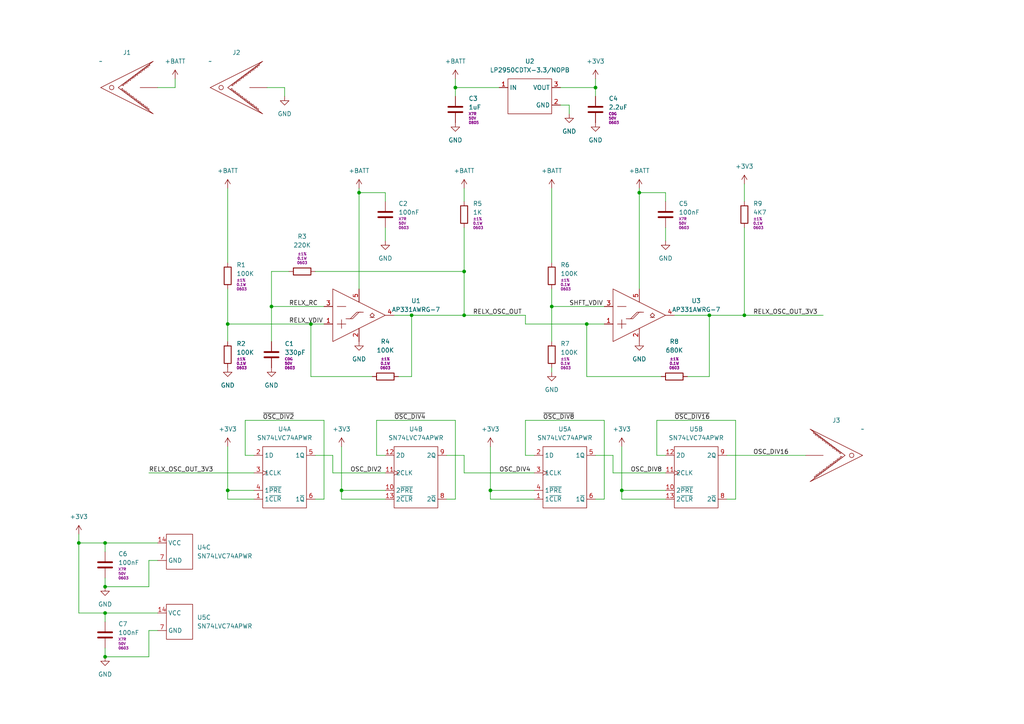
<source format=kicad_sch>
(kicad_sch (version 20230121) (generator eeschema)

  (uuid e0cd1853-2523-4e2d-9373-07e51d2931b2)

  (paper "A4")

  (title_block
    (title "MEC1003F 2024 Assignment 3")
    (date "2024-04-21")
    (rev "v0.0")
    (company "University of Cape Town")
    (comment 3 "<Enter Student Number here>")
    (comment 4 "<Enter Student Name here>")
  )

  (lib_symbols
    (symbol "Project Symbols:0603WAF1001T5E" (pin_numbers hide) (pin_names (offset 0)) (in_bom yes) (on_board yes)
      (property "Reference" "R" (at 5.08 2.54 0)
        (effects (font (size 1.27 1.27)))
      )
      (property "Value" "1K" (at 5.08 0 0)
        (effects (font (size 1.27 1.27)))
      )
      (property "Footprint" "Resistor_SMD:R_0603_1608Metric" (at 0 -12.7 0)
        (effects (font (size 1.27 1.27)) hide)
      )
      (property "Datasheet" "https://datasheet.lcsc.com/szlcsc/1811062009_UNI-ROYAL-Uniroyal-Elec-0603WAF1002T5E_C25804.pdf" (at 15.24 -10.16 0)
        (effects (font (size 1.27 1.27)) hide)
      )
      (property "Tolerance" "±1%" (at 5.08 -2.54 0)
        (effects (font (size 0.762 0.762)))
      )
      (property "Power" "0.1W" (at 5.08 -5.08 0)
        (effects (font (size 0.762 0.762)))
      )
      (property "Package" "0603" (at 5.08 -7.62 0)
        (effects (font (size 0.762 0.762)))
      )
      (property "ki_keywords" "R res resistor" (at 0 0 0)
        (effects (font (size 1.27 1.27)) hide)
      )
      (property "ki_description" "Resistor" (at 0 0 0)
        (effects (font (size 1.27 1.27)) hide)
      )
      (property "ki_fp_filters" "R_*" (at 0 0 0)
        (effects (font (size 1.27 1.27)) hide)
      )
      (symbol "0603WAF1001T5E_0_1"
        (rectangle (start -1.016 -2.54) (end 1.016 2.54)
          (stroke (width 0.254) (type default))
          (fill (type none))
        )
      )
      (symbol "0603WAF1001T5E_1_1"
        (pin passive line (at 0 3.81 270) (length 1.27)
          (name "~" (effects (font (size 1.27 1.27))))
          (number "1" (effects (font (size 1.27 1.27))))
        )
        (pin passive line (at 0 -3.81 90) (length 1.27)
          (name "~" (effects (font (size 1.27 1.27))))
          (number "2" (effects (font (size 1.27 1.27))))
        )
      )
    )
    (symbol "Project Symbols:0603WAF1003T5E" (pin_numbers hide) (pin_names (offset 0)) (in_bom yes) (on_board yes)
      (property "Reference" "R" (at 5.08 2.54 0)
        (effects (font (size 1.27 1.27)))
      )
      (property "Value" "100K" (at 5.08 0 0)
        (effects (font (size 1.27 1.27)))
      )
      (property "Footprint" "Resistor_SMD:R_0603_1608Metric" (at 0 -15.24 0)
        (effects (font (size 1.27 1.27)) hide)
      )
      (property "Datasheet" "https://datasheet.lcsc.com/szlcsc/1811062009_UNI-ROYAL-Uniroyal-Elec-0603WAF1002T5E_C25804.pdf" (at 15.24 -10.16 0)
        (effects (font (size 1.27 1.27)) hide)
      )
      (property "Tolerance" "±1%" (at 5.08 -2.54 0)
        (effects (font (size 0.762 0.762)))
      )
      (property "Power" "0.1W" (at 5.08 -5.08 0)
        (effects (font (size 0.762 0.762)))
      )
      (property "Package" "0603" (at 5.08 -7.62 0)
        (effects (font (size 0.762 0.762)))
      )
      (property "ki_keywords" "R res resistor" (at 0 0 0)
        (effects (font (size 1.27 1.27)) hide)
      )
      (property "ki_description" "Resistor" (at 0 0 0)
        (effects (font (size 1.27 1.27)) hide)
      )
      (property "ki_fp_filters" "R_*" (at 0 0 0)
        (effects (font (size 1.27 1.27)) hide)
      )
      (symbol "0603WAF1003T5E_0_1"
        (rectangle (start -1.016 -2.54) (end 1.016 2.54)
          (stroke (width 0.254) (type default))
          (fill (type none))
        )
      )
      (symbol "0603WAF1003T5E_1_1"
        (pin passive line (at 0 3.81 270) (length 1.27)
          (name "~" (effects (font (size 1.27 1.27))))
          (number "1" (effects (font (size 1.27 1.27))))
        )
        (pin passive line (at 0 -3.81 90) (length 1.27)
          (name "~" (effects (font (size 1.27 1.27))))
          (number "2" (effects (font (size 1.27 1.27))))
        )
      )
    )
    (symbol "Project Symbols:0603WAF2203T5E" (pin_numbers hide) (pin_names (offset 0)) (in_bom yes) (on_board yes)
      (property "Reference" "R" (at 5.08 2.54 0)
        (effects (font (size 1.27 1.27)))
      )
      (property "Value" "220K" (at 5.08 0 0)
        (effects (font (size 1.27 1.27)))
      )
      (property "Footprint" "Resistor_SMD:R_0603_1608Metric" (at 5.08 -15.24 0)
        (effects (font (size 1.27 1.27)) hide)
      )
      (property "Datasheet" "https://datasheet.lcsc.com/szlcsc/1811062009_UNI-ROYAL-Uniroyal-Elec-0603WAF1002T5E_C25804.pdf" (at 15.24 -10.16 0)
        (effects (font (size 1.27 1.27)) hide)
      )
      (property "Tolerance" "±1%" (at 5.08 -2.54 0)
        (effects (font (size 0.762 0.762)))
      )
      (property "Power" "0.1W" (at 5.08 -5.08 0)
        (effects (font (size 0.762 0.762)))
      )
      (property "Package" "0603" (at 5.08 -7.62 0)
        (effects (font (size 0.762 0.762)))
      )
      (property "ki_keywords" "R res resistor" (at 0 0 0)
        (effects (font (size 1.27 1.27)) hide)
      )
      (property "ki_description" "Resistor" (at 0 0 0)
        (effects (font (size 1.27 1.27)) hide)
      )
      (property "ki_fp_filters" "R_*" (at 0 0 0)
        (effects (font (size 1.27 1.27)) hide)
      )
      (symbol "0603WAF2203T5E_0_1"
        (rectangle (start -1.016 -2.54) (end 1.016 2.54)
          (stroke (width 0.254) (type default))
          (fill (type none))
        )
      )
      (symbol "0603WAF2203T5E_1_1"
        (pin passive line (at 0 3.81 270) (length 1.27)
          (name "~" (effects (font (size 1.27 1.27))))
          (number "1" (effects (font (size 1.27 1.27))))
        )
        (pin passive line (at 0 -3.81 90) (length 1.27)
          (name "~" (effects (font (size 1.27 1.27))))
          (number "2" (effects (font (size 1.27 1.27))))
        )
      )
    )
    (symbol "Project Symbols:0603WAF4701T5E" (pin_numbers hide) (pin_names (offset 0)) (in_bom yes) (on_board yes)
      (property "Reference" "R" (at 5.08 2.54 0)
        (effects (font (size 1.27 1.27)))
      )
      (property "Value" "4K7" (at 5.08 0 0)
        (effects (font (size 1.27 1.27)))
      )
      (property "Footprint" "Resistor_SMD:R_0603_1608Metric" (at 5.08 -15.24 0)
        (effects (font (size 1.27 1.27)) hide)
      )
      (property "Datasheet" "https://datasheet.lcsc.com/szlcsc/1811062009_UNI-ROYAL-Uniroyal-Elec-0603WAF1002T5E_C25804.pdf" (at 15.24 -10.16 0)
        (effects (font (size 1.27 1.27)) hide)
      )
      (property "Tolerance" "±1%" (at 5.08 -2.54 0)
        (effects (font (size 0.762 0.762)))
      )
      (property "Power" "0.1W" (at 5.08 -5.08 0)
        (effects (font (size 0.762 0.762)))
      )
      (property "Package" "0603" (at 5.08 -7.62 0)
        (effects (font (size 0.762 0.762)))
      )
      (property "ki_keywords" "R res resistor" (at 0 0 0)
        (effects (font (size 1.27 1.27)) hide)
      )
      (property "ki_description" "Resistor" (at 0 0 0)
        (effects (font (size 1.27 1.27)) hide)
      )
      (property "ki_fp_filters" "R_*" (at 0 0 0)
        (effects (font (size 1.27 1.27)) hide)
      )
      (symbol "0603WAF4701T5E_0_1"
        (rectangle (start -1.016 -2.54) (end 1.016 2.54)
          (stroke (width 0.254) (type default))
          (fill (type none))
        )
      )
      (symbol "0603WAF4701T5E_1_1"
        (pin passive line (at 0 3.81 270) (length 1.27)
          (name "~" (effects (font (size 1.27 1.27))))
          (number "1" (effects (font (size 1.27 1.27))))
        )
        (pin passive line (at 0 -3.81 90) (length 1.27)
          (name "~" (effects (font (size 1.27 1.27))))
          (number "2" (effects (font (size 1.27 1.27))))
        )
      )
    )
    (symbol "Project Symbols:0603WAF6803T5E" (pin_numbers hide) (pin_names (offset 0)) (in_bom yes) (on_board yes)
      (property "Reference" "R" (at 5.08 2.54 0)
        (effects (font (size 1.27 1.27)))
      )
      (property "Value" "680K" (at 5.08 0 0)
        (effects (font (size 1.27 1.27)))
      )
      (property "Footprint" "Resistor_SMD:R_0603_1608Metric" (at 0 -15.24 0)
        (effects (font (size 1.27 1.27)) hide)
      )
      (property "Datasheet" "https://datasheet.lcsc.com/szlcsc/1811062009_UNI-ROYAL-Uniroyal-Elec-0603WAF1002T5E_C25804.pdf" (at 15.24 -10.16 0)
        (effects (font (size 1.27 1.27)) hide)
      )
      (property "Tolerance" "±1%" (at 5.08 -2.54 0)
        (effects (font (size 0.762 0.762)))
      )
      (property "Power" "0.1W" (at 5.08 -5.08 0)
        (effects (font (size 0.762 0.762)))
      )
      (property "Package" "0603" (at 5.08 -7.62 0)
        (effects (font (size 0.762 0.762)))
      )
      (property "ki_keywords" "R res resistor" (at 0 0 0)
        (effects (font (size 1.27 1.27)) hide)
      )
      (property "ki_description" "Resistor" (at 0 0 0)
        (effects (font (size 1.27 1.27)) hide)
      )
      (property "ki_fp_filters" "R_*" (at 0 0 0)
        (effects (font (size 1.27 1.27)) hide)
      )
      (symbol "0603WAF6803T5E_0_1"
        (rectangle (start -1.016 -2.54) (end 1.016 2.54)
          (stroke (width 0.254) (type default))
          (fill (type none))
        )
      )
      (symbol "0603WAF6803T5E_1_1"
        (pin passive line (at 0 3.81 270) (length 1.27)
          (name "~" (effects (font (size 1.27 1.27))))
          (number "1" (effects (font (size 1.27 1.27))))
        )
        (pin passive line (at 0 -3.81 90) (length 1.27)
          (name "~" (effects (font (size 1.27 1.27))))
          (number "2" (effects (font (size 1.27 1.27))))
        )
      )
    )
    (symbol "Project Symbols:AP331AWRG-7" (pin_names hide) (in_bom yes) (on_board yes)
      (property "Reference" "U" (at 17.78 2.54 0)
        (effects (font (size 1.27 1.27)))
      )
      (property "Value" "AP331AWRG-7" (at 22.86 0 0)
        (effects (font (size 1.27 1.27)))
      )
      (property "Footprint" "Project Footprints:SOT-23-5 (AP331A) MRF" (at 17.78 -25.4 0)
        (effects (font (size 1.27 1.27)) hide)
      )
      (property "Datasheet" "https://www.lcsc.com/datasheet/lcsc_datasheet_1809051524_Diodes-Incorporated-AP331AWRG-7_C151561.pdf" (at 13.97 -34.925 0)
        (effects (font (size 1.27 1.27)) hide)
      )
      (property "ki_description" "Comparator Open-Drain Output" (at 0 0 0)
        (effects (font (size 1.27 1.27)) hide)
      )
      (symbol "AP331AWRG-7_0_1"
        (polyline
          (pts
            (xy 3.81 -10.16)
            (xy 6.35 -10.16)
          )
          (stroke (width 0) (type default))
          (fill (type none))
        )
        (polyline
          (pts
            (xy 3.81 -5.08)
            (xy 6.35 -5.08)
          )
          (stroke (width 0) (type default))
          (fill (type none))
        )
        (polyline
          (pts
            (xy 5.08 -8.89)
            (xy 5.08 -11.43)
          )
          (stroke (width 0) (type default))
          (fill (type none))
        )
        (polyline
          (pts
            (xy 2.54 0)
            (xy 2.54 -15.24)
            (xy 17.78 -7.62)
            (xy 2.54 0)
          )
          (stroke (width 0) (type default))
          (fill (type none))
        )
      )
      (symbol "AP331AWRG-7_1_1"
        (polyline
          (pts
            (xy 13.335 -8.255)
            (xy 14.605 -8.255)
          )
          (stroke (width 0) (type default))
          (fill (type none))
        )
        (polyline
          (pts
            (xy 13.97 -8.255)
            (xy 14.605 -7.62)
            (xy 13.97 -6.985)
          )
          (stroke (width 0) (type default))
          (fill (type none))
        )
        (polyline
          (pts
            (xy 13.97 -6.985)
            (xy 13.335 -7.62)
            (xy 13.97 -8.255)
          )
          (stroke (width 0) (type default))
          (fill (type none))
        )
        (polyline
          (pts
            (xy 6.35 -8.636)
            (xy 7.62 -8.636)
            (xy 9.525 -6.731)
            (xy 10.795 -6.731)
          )
          (stroke (width 0) (type default))
          (fill (type none))
        )
        (polyline
          (pts
            (xy 6.985 -8.636)
            (xy 8.255 -8.636)
            (xy 10.16 -6.731)
            (xy 11.43 -6.731)
          )
          (stroke (width 0) (type default))
          (fill (type none))
        )
        (pin input line (at 0 -10.16 0) (length 2.54)
          (name "IN+" (effects (font (size 1.27 1.27))))
          (number "1" (effects (font (size 1.27 1.27))))
        )
        (pin power_in line (at 10.16 -15.24 90) (length 3.81)
          (name "GND" (effects (font (size 1.27 1.27))))
          (number "2" (effects (font (size 1.27 1.27))))
        )
        (pin input line (at 0 -5.08 0) (length 2.54)
          (name "IN-" (effects (font (size 1.27 1.27))))
          (number "3" (effects (font (size 1.27 1.27))))
        )
        (pin output line (at 20.32 -7.62 180) (length 2.54)
          (name "OUT" (effects (font (size 1.27 1.27))))
          (number "4" (effects (font (size 1.27 1.27))))
        )
        (pin power_in line (at 10.16 0 270) (length 3.81)
          (name "VCC" (effects (font (size 1.27 1.27))))
          (number "5" (effects (font (size 1.27 1.27))))
        )
      )
    )
    (symbol "Project Symbols:CC0603KRX7R9BB104" (pin_numbers hide) (pin_names (offset 0.254)) (in_bom yes) (on_board yes)
      (property "Reference" "C" (at 5.08 2.54 0)
        (effects (font (size 1.27 1.27)) (justify left))
      )
      (property "Value" "100nF" (at 5.08 0 0)
        (effects (font (size 1.27 1.27)) (justify left))
      )
      (property "Footprint" "Capacitor_SMD:C_0603_1608Metric" (at 12.7 -12.7 0)
        (effects (font (size 1.27 1.27)) hide)
      )
      (property "Datasheet" "https://datasheet.lcsc.com/szlcsc/YAGEO-CC0603KRX7R9BB104_C14663.pdf" (at 30.48 -10.16 0)
        (effects (font (size 1.27 1.27)) hide)
      )
      (property "Dielectric" "X7R" (at 7.62 -7.62 0)
        (effects (font (size 0.762 0.762)))
      )
      (property "Voltage" "50V" (at 7.62 -5.08 0)
        (effects (font (size 0.762 0.762)))
      )
      (property "Package" "0603" (at 7.62 -2.54 0)
        (effects (font (size 0.762 0.762)))
      )
      (property "ki_keywords" "cap capacitor" (at 0 0 0)
        (effects (font (size 1.27 1.27)) hide)
      )
      (property "ki_description" "Unpolarized capacitor" (at 0 0 0)
        (effects (font (size 1.27 1.27)) hide)
      )
      (property "ki_fp_filters" "C_*" (at 0 0 0)
        (effects (font (size 1.27 1.27)) hide)
      )
      (symbol "CC0603KRX7R9BB104_0_1"
        (polyline
          (pts
            (xy -2.032 -0.762)
            (xy 2.032 -0.762)
          )
          (stroke (width 0.508) (type default))
          (fill (type none))
        )
        (polyline
          (pts
            (xy -2.032 0.762)
            (xy 2.032 0.762)
          )
          (stroke (width 0.508) (type default))
          (fill (type none))
        )
      )
      (symbol "CC0603KRX7R9BB104_1_1"
        (pin passive line (at 0 3.81 270) (length 2.794)
          (name "~" (effects (font (size 1.27 1.27))))
          (number "1" (effects (font (size 1.27 1.27))))
        )
        (pin passive line (at 0 -3.81 90) (length 2.794)
          (name "~" (effects (font (size 1.27 1.27))))
          (number "2" (effects (font (size 1.27 1.27))))
        )
      )
    )
    (symbol "Project Symbols:CL10C331JB8NNNC" (pin_numbers hide) (pin_names (offset 0.254)) (in_bom yes) (on_board yes)
      (property "Reference" "C" (at 5.08 2.54 0)
        (effects (font (size 1.27 1.27)) (justify left))
      )
      (property "Value" "330pF" (at 5.08 0 0)
        (effects (font (size 1.27 1.27)) (justify left))
      )
      (property "Footprint" "Capacitor_SMD:C_0603_1608Metric" (at 12.7 -12.7 0)
        (effects (font (size 1.27 1.27)) hide)
      )
      (property "Datasheet" "https://datasheet.lcsc.com/szlcsc/YAGEO-CC0603KRX7R9BB104_C14663.pdf" (at 30.48 -10.16 0)
        (effects (font (size 1.27 1.27)) hide)
      )
      (property "Dielectric" "C0G" (at 7.62 -7.62 0)
        (effects (font (size 0.762 0.762)))
      )
      (property "Voltage" "50V" (at 7.62 -5.08 0)
        (effects (font (size 0.762 0.762)))
      )
      (property "Package" "0603" (at 7.62 -2.54 0)
        (effects (font (size 0.762 0.762)))
      )
      (property "ki_keywords" "cap capacitor" (at 0 0 0)
        (effects (font (size 1.27 1.27)) hide)
      )
      (property "ki_description" "Unpolarized capacitor" (at 0 0 0)
        (effects (font (size 1.27 1.27)) hide)
      )
      (property "ki_fp_filters" "C_*" (at 0 0 0)
        (effects (font (size 1.27 1.27)) hide)
      )
      (symbol "CL10C331JB8NNNC_0_1"
        (polyline
          (pts
            (xy -2.032 -0.762)
            (xy 2.032 -0.762)
          )
          (stroke (width 0.508) (type default))
          (fill (type none))
        )
        (polyline
          (pts
            (xy -2.032 0.762)
            (xy 2.032 0.762)
          )
          (stroke (width 0.508) (type default))
          (fill (type none))
        )
      )
      (symbol "CL10C331JB8NNNC_1_1"
        (pin passive line (at 0 3.81 270) (length 2.794)
          (name "~" (effects (font (size 1.27 1.27))))
          (number "1" (effects (font (size 1.27 1.27))))
        )
        (pin passive line (at 0 -3.81 90) (length 2.794)
          (name "~" (effects (font (size 1.27 1.27))))
          (number "2" (effects (font (size 1.27 1.27))))
        )
      )
    )
    (symbol "Project Symbols:CL21B105KBFNNNE" (pin_numbers hide) (pin_names (offset 0.254)) (in_bom yes) (on_board yes)
      (property "Reference" "C" (at 5.08 2.54 0)
        (effects (font (size 1.27 1.27)) (justify left))
      )
      (property "Value" "1uF" (at 5.08 0 0)
        (effects (font (size 1.27 1.27)) (justify left))
      )
      (property "Footprint" "Capacitor_SMD:C_0805_2012Metric" (at 12.7 -12.7 0)
        (effects (font (size 1.27 1.27)) hide)
      )
      (property "Datasheet" "https://datasheet.lcsc.com/szlcsc/Samsung-Electro-Mechanics-CL05C100JB5NNNC_C32949.pdf" (at 30.48 -10.16 0)
        (effects (font (size 1.27 1.27)) hide)
      )
      (property "Dielectric" "X7R" (at 7.62 -7.62 0)
        (effects (font (size 0.762 0.762)))
      )
      (property "Voltage" "50V" (at 7.62 -5.08 0)
        (effects (font (size 0.762 0.762)))
      )
      (property "Package" "0805" (at 7.62 -2.54 0)
        (effects (font (size 0.762 0.762)))
      )
      (property "ki_keywords" "cap capacitor" (at 0 0 0)
        (effects (font (size 1.27 1.27)) hide)
      )
      (property "ki_description" "Unpolarized capacitor" (at 0 0 0)
        (effects (font (size 1.27 1.27)) hide)
      )
      (property "ki_fp_filters" "C_*" (at 0 0 0)
        (effects (font (size 1.27 1.27)) hide)
      )
      (symbol "CL21B105KBFNNNE_0_1"
        (polyline
          (pts
            (xy -2.032 -0.762)
            (xy 2.032 -0.762)
          )
          (stroke (width 0.508) (type default))
          (fill (type none))
        )
        (polyline
          (pts
            (xy -2.032 0.762)
            (xy 2.032 0.762)
          )
          (stroke (width 0.508) (type default))
          (fill (type none))
        )
      )
      (symbol "CL21B105KBFNNNE_1_1"
        (pin passive line (at 0 3.81 270) (length 2.794)
          (name "~" (effects (font (size 1.27 1.27))))
          (number "1" (effects (font (size 1.27 1.27))))
        )
        (pin passive line (at 0 -3.81 90) (length 2.794)
          (name "~" (effects (font (size 1.27 1.27))))
          (number "2" (effects (font (size 1.27 1.27))))
        )
      )
    )
    (symbol "Project Symbols:CL31B225KBHNNNE" (pin_numbers hide) (pin_names (offset 0.254)) (in_bom yes) (on_board yes)
      (property "Reference" "C" (at 5.08 2.54 0)
        (effects (font (size 1.27 1.27)) (justify left))
      )
      (property "Value" "2.2uF" (at 5.08 0 0)
        (effects (font (size 1.27 1.27)) (justify left))
      )
      (property "Footprint" "Capacitor_SMD:C_1206_3216Metric" (at 12.7 -12.7 0)
        (effects (font (size 1.27 1.27)) hide)
      )
      (property "Datasheet" "https://datasheet.lcsc.com/szlcsc/YAGEO-CC0603KRX7R9BB104_C14663.pdf" (at 30.48 -10.16 0)
        (effects (font (size 1.27 1.27)) hide)
      )
      (property "Dielectric" "C0G" (at 7.62 -7.62 0)
        (effects (font (size 0.762 0.762)))
      )
      (property "Voltage" "50V" (at 7.62 -5.08 0)
        (effects (font (size 0.762 0.762)))
      )
      (property "Package" "0603" (at 7.62 -2.54 0)
        (effects (font (size 0.762 0.762)))
      )
      (property "ki_keywords" "cap capacitor" (at 0 0 0)
        (effects (font (size 1.27 1.27)) hide)
      )
      (property "ki_description" "Unpolarized capacitor" (at 0 0 0)
        (effects (font (size 1.27 1.27)) hide)
      )
      (property "ki_fp_filters" "C_*" (at 0 0 0)
        (effects (font (size 1.27 1.27)) hide)
      )
      (symbol "CL31B225KBHNNNE_0_1"
        (polyline
          (pts
            (xy -2.032 -0.762)
            (xy 2.032 -0.762)
          )
          (stroke (width 0.508) (type default))
          (fill (type none))
        )
        (polyline
          (pts
            (xy -2.032 0.762)
            (xy 2.032 0.762)
          )
          (stroke (width 0.508) (type default))
          (fill (type none))
        )
      )
      (symbol "CL31B225KBHNNNE_1_1"
        (pin passive line (at 0 3.81 270) (length 2.794)
          (name "~" (effects (font (size 1.27 1.27))))
          (number "1" (effects (font (size 1.27 1.27))))
        )
        (pin passive line (at 0 -3.81 90) (length 2.794)
          (name "~" (effects (font (size 1.27 1.27))))
          (number "2" (effects (font (size 1.27 1.27))))
        )
      )
    )
    (symbol "Project Symbols:CROC" (pin_numbers hide) (in_bom yes) (on_board yes)
      (property "Reference" "J" (at 0 0 0)
        (effects (font (size 1.27 1.27)))
      )
      (property "Value" "" (at 0 0 0)
        (effects (font (size 1.27 1.27)))
      )
      (property "Footprint" "Project Footprints:CROC MEDIUM" (at 7.62 -17.78 0)
        (effects (font (size 1.27 1.27)) hide)
      )
      (property "Datasheet" "" (at 0 0 0)
        (effects (font (size 1.27 1.27)) hide)
      )
      (property "ki_description" "Bite Pad for Crocodile Connector" (at 0 0 0)
        (effects (font (size 1.27 1.27)) hide)
      )
      (symbol "CROC_0_1"
        (polyline
          (pts
            (xy 0 -7.62)
            (xy 15.24 0)
            (xy 5.08 -7.62)
            (xy 15.24 -15.24)
            (xy 0 -7.62)
          )
          (stroke (width 0) (type default))
          (fill (type none))
        )
        (polyline
          (pts
            (xy 5.842 -8.128)
            (xy 6.35 -7.874)
            (xy 6.35 -8.382)
            (xy 6.858 -8.382)
            (xy 6.858 -8.89)
          )
          (stroke (width 0) (type default))
          (fill (type none))
        )
        (polyline
          (pts
            (xy 6.096 -6.858)
            (xy 6.604 -7.112)
            (xy 6.604 -6.604)
            (xy 7.112 -6.604)
            (xy 7.112 -6.096)
          )
          (stroke (width 0) (type default))
          (fill (type none))
        )
        (polyline
          (pts
            (xy 6.858 -8.89)
            (xy 7.366 -8.636)
            (xy 7.366 -9.144)
            (xy 7.874 -9.144)
            (xy 7.874 -9.652)
          )
          (stroke (width 0) (type default))
          (fill (type none))
        )
        (polyline
          (pts
            (xy 7.112 -6.096)
            (xy 7.62 -6.35)
            (xy 7.62 -5.842)
            (xy 8.128 -5.842)
            (xy 8.128 -5.334)
          )
          (stroke (width 0) (type default))
          (fill (type none))
        )
        (polyline
          (pts
            (xy 7.874 -9.652)
            (xy 8.382 -9.398)
            (xy 8.382 -9.906)
            (xy 8.89 -9.906)
            (xy 8.89 -10.414)
          )
          (stroke (width 0) (type default))
          (fill (type none))
        )
        (polyline
          (pts
            (xy 8.128 -5.334)
            (xy 8.636 -5.588)
            (xy 8.636 -5.08)
            (xy 9.144 -5.08)
            (xy 9.144 -4.572)
          )
          (stroke (width 0) (type default))
          (fill (type none))
        )
        (polyline
          (pts
            (xy 8.89 -10.414)
            (xy 9.398 -10.16)
            (xy 9.398 -10.668)
            (xy 9.906 -10.668)
            (xy 9.906 -11.176)
          )
          (stroke (width 0) (type default))
          (fill (type none))
        )
        (polyline
          (pts
            (xy 9.144 -4.572)
            (xy 9.652 -4.826)
            (xy 9.652 -4.318)
            (xy 10.16 -4.318)
            (xy 10.16 -3.81)
          )
          (stroke (width 0) (type default))
          (fill (type none))
        )
        (polyline
          (pts
            (xy 9.906 -11.176)
            (xy 10.414 -10.922)
            (xy 10.414 -11.43)
            (xy 10.922 -11.43)
            (xy 10.922 -11.938)
          )
          (stroke (width 0) (type default))
          (fill (type none))
        )
        (polyline
          (pts
            (xy 10.16 -3.81)
            (xy 10.668 -4.064)
            (xy 10.668 -3.556)
            (xy 11.176 -3.556)
            (xy 11.176 -3.048)
          )
          (stroke (width 0) (type default))
          (fill (type none))
        )
        (polyline
          (pts
            (xy 10.922 -11.938)
            (xy 11.43 -11.684)
            (xy 11.43 -12.192)
            (xy 11.938 -12.192)
            (xy 11.938 -12.7)
          )
          (stroke (width 0) (type default))
          (fill (type none))
        )
        (polyline
          (pts
            (xy 11.176 -3.048)
            (xy 11.684 -3.302)
            (xy 11.684 -2.794)
            (xy 12.192 -2.794)
            (xy 12.192 -2.286)
          )
          (stroke (width 0) (type default))
          (fill (type none))
        )
        (polyline
          (pts
            (xy 11.938 -12.7)
            (xy 12.446 -12.446)
            (xy 12.446 -12.954)
            (xy 12.954 -12.954)
            (xy 12.954 -13.462)
          )
          (stroke (width 0) (type default))
          (fill (type none))
        )
        (polyline
          (pts
            (xy 12.192 -2.286)
            (xy 12.7 -2.54)
            (xy 12.7 -2.032)
            (xy 13.208 -2.032)
            (xy 13.208 -1.524)
          )
          (stroke (width 0) (type default))
          (fill (type none))
        )
        (polyline
          (pts
            (xy 12.954 -13.462)
            (xy 13.462 -13.208)
            (xy 13.462 -13.716)
            (xy 13.97 -13.716)
            (xy 13.97 -14.224)
          )
          (stroke (width 0) (type default))
          (fill (type none))
        )
        (polyline
          (pts
            (xy 13.208 -1.524)
            (xy 13.716 -1.778)
            (xy 13.716 -1.27)
            (xy 14.224 -1.27)
            (xy 14.224 -0.762)
          )
          (stroke (width 0) (type default))
          (fill (type none))
        )
        (circle (center 3.175 -7.62) (radius 0.635)
          (stroke (width 0) (type default))
          (fill (type none))
        )
      )
      (symbol "CROC_1_1"
        (pin passive line (at 16.51 -7.62 180) (length 5.08)
          (name "" (effects (font (size 1.27 1.27))))
          (number "1" (effects (font (size 1.27 1.27))))
        )
      )
    )
    (symbol "Project Symbols:LP2950CDTX-3.3/NOPB" (in_bom yes) (on_board yes)
      (property "Reference" "U" (at 1.27 1.27 0)
        (effects (font (size 1.27 1.27)))
      )
      (property "Value" "LP2950CDTX-3.3/NOPB" (at 7.62 -15.24 0)
        (effects (font (size 1.27 1.27)))
      )
      (property "Footprint" "Project Footprints:TO-252 (LP2950-N) MRF" (at 2.54 -20.32 0)
        (effects (font (size 1.27 1.27)) hide)
      )
      (property "Datasheet" "https://wmsc.lcsc.com/wmsc/upload/file/pdf/v2/lcsc/2304140030_Texas-Instruments-LP2950CDTX-3-3-NOPB_C129994.pdf" (at 2.54 -17.78 0)
        (effects (font (size 1.27 1.27)) hide)
      )
      (property "ki_description" "3V3 Linear Regulator" (at 0 0 0)
        (effects (font (size 1.27 1.27)) hide)
      )
      (symbol "LP2950CDTX-3.3/NOPB_0_1"
        (rectangle (start 0 0) (end 12.7 -10.16)
          (stroke (width 0) (type default))
          (fill (type none))
        )
      )
      (symbol "LP2950CDTX-3.3/NOPB_1_1"
        (pin power_in line (at -2.54 -2.54 0) (length 2.54)
          (name "IN" (effects (font (size 1.27 1.27))))
          (number "1" (effects (font (size 1.27 1.27))))
        )
        (pin power_in line (at 15.24 -7.62 180) (length 2.54)
          (name "GND" (effects (font (size 1.27 1.27))))
          (number "2" (effects (font (size 1.27 1.27))))
        )
        (pin power_out line (at 15.24 -2.54 180) (length 2.54)
          (name "VOUT" (effects (font (size 1.27 1.27))))
          (number "3" (effects (font (size 1.27 1.27))))
        )
      )
    )
    (symbol "Project Symbols:SN74LVC74APWR" (in_bom yes) (on_board yes)
      (property "Reference" "U" (at 2.54 2.54 0)
        (effects (font (size 1.27 1.27)))
      )
      (property "Value" "SN74LVC74APWR" (at 10.16 -20.32 0)
        (effects (font (size 1.27 1.27)))
      )
      (property "Footprint" "Project Footprints:TSSOP-14 (SN74LVC74A) MRF" (at 10.16 -25.4 0)
        (effects (font (size 1.27 1.27)) hide)
      )
      (property "Datasheet" "https://www.ti.com/lit/ds/symlink/sn54lvc74a.pdf" (at 15.24 -22.86 0)
        (effects (font (size 1.27 1.27)) hide)
      )
      (property "ki_locked" "" (at 0 0 0)
        (effects (font (size 1.27 1.27)))
      )
      (property "ki_description" "Dual D Flip Flop" (at 0 0 0)
        (effects (font (size 1.27 1.27)) hide)
      )
      (symbol "SN74LVC74APWR_1_1"
        (rectangle (start 2.54 0) (end 15.24 -17.78)
          (stroke (width 0) (type default))
          (fill (type none))
        )
        (pin input line (at 0 -15.24 0) (length 2.54)
          (name "1~{CLR}" (effects (font (size 1.27 1.27))))
          (number "1" (effects (font (size 1.27 1.27))))
        )
        (pin input line (at 0 -2.54 0) (length 2.54)
          (name "1D" (effects (font (size 1.27 1.27))))
          (number "2" (effects (font (size 1.27 1.27))))
        )
        (pin input clock (at 0 -7.62 0) (length 2.54)
          (name "1CLK" (effects (font (size 1.27 1.27))))
          (number "3" (effects (font (size 1.27 1.27))))
        )
        (pin input line (at 0 -12.7 0) (length 2.54)
          (name "1~{PRE}" (effects (font (size 1.27 1.27))))
          (number "4" (effects (font (size 1.27 1.27))))
        )
        (pin output line (at 17.78 -2.54 180) (length 2.54)
          (name "1Q" (effects (font (size 1.27 1.27))))
          (number "5" (effects (font (size 1.27 1.27))))
        )
        (pin output line (at 17.78 -15.24 180) (length 2.54)
          (name "1~{Q}" (effects (font (size 1.27 1.27))))
          (number "6" (effects (font (size 1.27 1.27))))
        )
      )
      (symbol "SN74LVC74APWR_2_1"
        (rectangle (start 2.54 0) (end 15.24 -17.78)
          (stroke (width 0) (type default))
          (fill (type none))
        )
        (pin input line (at 0 -12.7 0) (length 2.54)
          (name "2~{PRE}" (effects (font (size 1.27 1.27))))
          (number "10" (effects (font (size 1.27 1.27))))
        )
        (pin input clock (at 0 -7.62 0) (length 2.54)
          (name "2CLK" (effects (font (size 1.27 1.27))))
          (number "11" (effects (font (size 1.27 1.27))))
        )
        (pin input line (at 0 -2.54 0) (length 2.54)
          (name "2D" (effects (font (size 1.27 1.27))))
          (number "12" (effects (font (size 1.27 1.27))))
        )
        (pin input line (at 0 -15.24 0) (length 2.54)
          (name "2~{CLR}" (effects (font (size 1.27 1.27))))
          (number "13" (effects (font (size 1.27 1.27))))
        )
        (pin output line (at 17.78 -15.24 180) (length 2.54)
          (name "2~{Q}" (effects (font (size 1.27 1.27))))
          (number "8" (effects (font (size 1.27 1.27))))
        )
        (pin output line (at 17.78 -2.54 180) (length 2.54)
          (name "2Q" (effects (font (size 1.27 1.27))))
          (number "9" (effects (font (size 1.27 1.27))))
        )
      )
      (symbol "SN74LVC74APWR_3_1"
        (rectangle (start 2.54 0) (end 10.16 -10.16)
          (stroke (width 0) (type default))
          (fill (type none))
        )
        (pin power_in line (at 0 -2.54 0) (length 2.54)
          (name "VCC" (effects (font (size 1.27 1.27))))
          (number "14" (effects (font (size 1.27 1.27))))
        )
        (pin power_in line (at 0 -7.62 0) (length 2.54)
          (name "GND" (effects (font (size 1.27 1.27))))
          (number "7" (effects (font (size 1.27 1.27))))
        )
      )
    )
    (symbol "power:+3V3" (power) (pin_names (offset 0)) (in_bom yes) (on_board yes)
      (property "Reference" "#PWR" (at 0 -3.81 0)
        (effects (font (size 1.27 1.27)) hide)
      )
      (property "Value" "+3V3" (at 0 3.556 0)
        (effects (font (size 1.27 1.27)))
      )
      (property "Footprint" "" (at 0 0 0)
        (effects (font (size 1.27 1.27)) hide)
      )
      (property "Datasheet" "" (at 0 0 0)
        (effects (font (size 1.27 1.27)) hide)
      )
      (property "ki_keywords" "global power" (at 0 0 0)
        (effects (font (size 1.27 1.27)) hide)
      )
      (property "ki_description" "Power symbol creates a global label with name \"+3V3\"" (at 0 0 0)
        (effects (font (size 1.27 1.27)) hide)
      )
      (symbol "+3V3_0_1"
        (polyline
          (pts
            (xy -0.762 1.27)
            (xy 0 2.54)
          )
          (stroke (width 0) (type default))
          (fill (type none))
        )
        (polyline
          (pts
            (xy 0 0)
            (xy 0 2.54)
          )
          (stroke (width 0) (type default))
          (fill (type none))
        )
        (polyline
          (pts
            (xy 0 2.54)
            (xy 0.762 1.27)
          )
          (stroke (width 0) (type default))
          (fill (type none))
        )
      )
      (symbol "+3V3_1_1"
        (pin power_in line (at 0 0 90) (length 0) hide
          (name "+3V3" (effects (font (size 1.27 1.27))))
          (number "1" (effects (font (size 1.27 1.27))))
        )
      )
    )
    (symbol "power:+BATT" (power) (pin_names (offset 0)) (in_bom yes) (on_board yes)
      (property "Reference" "#PWR" (at 0 -3.81 0)
        (effects (font (size 1.27 1.27)) hide)
      )
      (property "Value" "+BATT" (at 0 3.556 0)
        (effects (font (size 1.27 1.27)))
      )
      (property "Footprint" "" (at 0 0 0)
        (effects (font (size 1.27 1.27)) hide)
      )
      (property "Datasheet" "" (at 0 0 0)
        (effects (font (size 1.27 1.27)) hide)
      )
      (property "ki_keywords" "global power battery" (at 0 0 0)
        (effects (font (size 1.27 1.27)) hide)
      )
      (property "ki_description" "Power symbol creates a global label with name \"+BATT\"" (at 0 0 0)
        (effects (font (size 1.27 1.27)) hide)
      )
      (symbol "+BATT_0_1"
        (polyline
          (pts
            (xy -0.762 1.27)
            (xy 0 2.54)
          )
          (stroke (width 0) (type default))
          (fill (type none))
        )
        (polyline
          (pts
            (xy 0 0)
            (xy 0 2.54)
          )
          (stroke (width 0) (type default))
          (fill (type none))
        )
        (polyline
          (pts
            (xy 0 2.54)
            (xy 0.762 1.27)
          )
          (stroke (width 0) (type default))
          (fill (type none))
        )
      )
      (symbol "+BATT_1_1"
        (pin power_in line (at 0 0 90) (length 0) hide
          (name "+BATT" (effects (font (size 1.27 1.27))))
          (number "1" (effects (font (size 1.27 1.27))))
        )
      )
    )
    (symbol "power:GND" (power) (pin_names (offset 0)) (in_bom yes) (on_board yes)
      (property "Reference" "#PWR" (at 0 -6.35 0)
        (effects (font (size 1.27 1.27)) hide)
      )
      (property "Value" "GND" (at 0 -3.81 0)
        (effects (font (size 1.27 1.27)))
      )
      (property "Footprint" "" (at 0 0 0)
        (effects (font (size 1.27 1.27)) hide)
      )
      (property "Datasheet" "" (at 0 0 0)
        (effects (font (size 1.27 1.27)) hide)
      )
      (property "ki_keywords" "global power" (at 0 0 0)
        (effects (font (size 1.27 1.27)) hide)
      )
      (property "ki_description" "Power symbol creates a global label with name \"GND\" , ground" (at 0 0 0)
        (effects (font (size 1.27 1.27)) hide)
      )
      (symbol "GND_0_1"
        (polyline
          (pts
            (xy 0 0)
            (xy 0 -1.27)
            (xy 1.27 -1.27)
            (xy 0 -2.54)
            (xy -1.27 -1.27)
            (xy 0 -1.27)
          )
          (stroke (width 0) (type default))
          (fill (type none))
        )
      )
      (symbol "GND_1_1"
        (pin power_in line (at 0 0 270) (length 0) hide
          (name "GND" (effects (font (size 1.27 1.27))))
          (number "1" (effects (font (size 1.27 1.27))))
        )
      )
    )
  )

  (junction (at 78.74 88.9) (diameter 0) (color 0 0 0 0)
    (uuid 05c1824e-149f-45a7-ba21-a62db783e041)
  )
  (junction (at 66.04 142.24) (diameter 0) (color 0 0 0 0)
    (uuid 07c9744d-226c-437c-a48b-463d214ca3f0)
  )
  (junction (at 134.62 91.44) (diameter 0) (color 0 0 0 0)
    (uuid 17a7e187-07a7-4942-b1a7-23fbdea14d8a)
  )
  (junction (at 99.06 142.24) (diameter 0) (color 0 0 0 0)
    (uuid 1bd301a4-b35b-4ea1-9b3f-af1eefa61771)
  )
  (junction (at 30.48 170.18) (diameter 0) (color 0 0 0 0)
    (uuid 21f974e7-2d54-4eb6-9766-5fab1fde640e)
  )
  (junction (at 205.74 91.44) (diameter 0) (color 0 0 0 0)
    (uuid 325a99d5-3dbe-4cc0-b3f1-99a4b95751d7)
  )
  (junction (at 185.42 55.88) (diameter 0) (color 0 0 0 0)
    (uuid 47e11b70-76f8-47be-9fc6-56ffac9423a2)
  )
  (junction (at 66.04 93.98) (diameter 0) (color 0 0 0 0)
    (uuid 48328f40-4465-4339-bf3a-f38dcc4b61c7)
  )
  (junction (at 134.62 78.74) (diameter 0) (color 0 0 0 0)
    (uuid 584c899f-b00a-4441-a49c-2922db3fdfef)
  )
  (junction (at 22.86 157.48) (diameter 0) (color 0 0 0 0)
    (uuid 5aa6f322-36c9-4db8-9a3b-6ebf16df86e6)
  )
  (junction (at 180.34 142.24) (diameter 0) (color 0 0 0 0)
    (uuid 5c1bdce8-c79f-4c38-b484-e0f212200c11)
  )
  (junction (at 30.48 177.8) (diameter 0) (color 0 0 0 0)
    (uuid 6d374095-4261-4273-aed2-c0b10a18c39a)
  )
  (junction (at 104.14 55.88) (diameter 0) (color 0 0 0 0)
    (uuid 6ea185e6-4974-4535-815c-3fb44ee6bef6)
  )
  (junction (at 160.02 88.9) (diameter 0) (color 0 0 0 0)
    (uuid 72600925-5456-4729-a9f5-22f28594c351)
  )
  (junction (at 132.08 25.4) (diameter 0) (color 0 0 0 0)
    (uuid 7278a4a5-cf92-45b6-a5ef-089850c1fa22)
  )
  (junction (at 172.72 25.4) (diameter 0) (color 0 0 0 0)
    (uuid 84e43aa7-c7bf-4ceb-9feb-51c2816f77ac)
  )
  (junction (at 142.24 142.24) (diameter 0) (color 0 0 0 0)
    (uuid a2cfc67b-0d30-4a99-ae65-2e302975055e)
  )
  (junction (at 90.17 93.98) (diameter 0) (color 0 0 0 0)
    (uuid a6d2e64e-bb4f-4b21-94f0-cc4c02ff41ee)
  )
  (junction (at 119.38 91.44) (diameter 0) (color 0 0 0 0)
    (uuid a7a33db5-83cc-43e3-b7ea-3915b6a82e42)
  )
  (junction (at 30.48 157.48) (diameter 0) (color 0 0 0 0)
    (uuid d3a0d846-0b84-414b-8ac4-59a4fcc62d4b)
  )
  (junction (at 30.48 190.5) (diameter 0) (color 0 0 0 0)
    (uuid d9525d3e-43da-406d-b456-86f0a2247df2)
  )
  (junction (at 215.9 91.44) (diameter 0) (color 0 0 0 0)
    (uuid e8cd9510-2ad5-45ee-9719-f9a639847fd1)
  )
  (junction (at 170.18 93.98) (diameter 0) (color 0 0 0 0)
    (uuid ec140803-a74d-45e9-a66a-ce134d8eed38)
  )

  (wire (pts (xy 22.86 157.48) (xy 30.48 157.48))
    (stroke (width 0) (type default))
    (uuid 05e42f65-e915-4816-9a8c-8c6c0748c3c4)
  )
  (wire (pts (xy 43.18 162.56) (xy 45.72 162.56))
    (stroke (width 0) (type default))
    (uuid 0a471c6b-34a7-45ba-b2c3-020df074d09a)
  )
  (wire (pts (xy 152.4 93.98) (xy 170.18 93.98))
    (stroke (width 0) (type default))
    (uuid 0b26971d-df59-44bd-8141-9cb57848ffdf)
  )
  (wire (pts (xy 190.5 132.08) (xy 193.04 132.08))
    (stroke (width 0) (type default))
    (uuid 0bc2eb6d-82cf-40d5-b7ef-58d924f6b1a4)
  )
  (wire (pts (xy 50.8 25.4) (xy 45.72 25.4))
    (stroke (width 0) (type default))
    (uuid 0e1b1a87-9ea0-4efa-bbf4-a66fbb05bdb2)
  )
  (wire (pts (xy 210.82 144.78) (xy 213.36 144.78))
    (stroke (width 0) (type default))
    (uuid 0f3b3f54-7530-4d05-a002-922be40562d9)
  )
  (wire (pts (xy 43.18 137.16) (xy 73.66 137.16))
    (stroke (width 0) (type default))
    (uuid 10c338b4-2b7a-460c-95a2-fbb833e33de0)
  )
  (wire (pts (xy 90.17 93.98) (xy 93.98 93.98))
    (stroke (width 0) (type default))
    (uuid 116305bf-f4a1-49c6-baec-ad3825c2736a)
  )
  (wire (pts (xy 132.08 121.92) (xy 109.22 121.92))
    (stroke (width 0) (type default))
    (uuid 13d64775-f497-40ed-8fde-068854287015)
  )
  (wire (pts (xy 82.55 27.94) (xy 82.55 25.4))
    (stroke (width 0) (type default))
    (uuid 1495bbfc-612d-4f0b-930a-848114ef29be)
  )
  (wire (pts (xy 142.24 129.54) (xy 142.24 142.24))
    (stroke (width 0) (type default))
    (uuid 1a277695-0c83-4b8c-aab6-baf503a420ff)
  )
  (wire (pts (xy 160.02 88.9) (xy 175.26 88.9))
    (stroke (width 0) (type default))
    (uuid 1c9eb2b0-9c69-4a67-a5b2-df442048d4a0)
  )
  (wire (pts (xy 215.9 91.44) (xy 238.76 91.44))
    (stroke (width 0) (type default))
    (uuid 1f0d879d-2fc3-4c76-aaa7-f99e069881d1)
  )
  (wire (pts (xy 96.52 137.16) (xy 111.76 137.16))
    (stroke (width 0) (type default))
    (uuid 233b8748-38c0-4792-9345-d9d59170973b)
  )
  (wire (pts (xy 22.86 177.8) (xy 30.48 177.8))
    (stroke (width 0) (type default))
    (uuid 258d6e3f-db35-4c84-a836-ad924e476502)
  )
  (wire (pts (xy 175.26 144.78) (xy 175.26 121.92))
    (stroke (width 0) (type default))
    (uuid 269cbdae-aee4-4bce-ba5e-c37e15d2ceb9)
  )
  (wire (pts (xy 213.36 144.78) (xy 213.36 121.92))
    (stroke (width 0) (type default))
    (uuid 27119bed-1a8b-4594-bfde-6f85098670e9)
  )
  (wire (pts (xy 43.18 182.88) (xy 45.72 182.88))
    (stroke (width 0) (type default))
    (uuid 2725e595-c19f-45da-8705-8aedc931ed9d)
  )
  (wire (pts (xy 78.74 78.74) (xy 78.74 88.9))
    (stroke (width 0) (type default))
    (uuid 29593ccb-f74a-4a45-9542-b274453d7f86)
  )
  (wire (pts (xy 172.72 132.08) (xy 177.8 132.08))
    (stroke (width 0) (type default))
    (uuid 2972bc10-1121-4059-815e-717dd3af5a91)
  )
  (wire (pts (xy 83.82 78.74) (xy 78.74 78.74))
    (stroke (width 0) (type default))
    (uuid 2a898f7f-619f-4372-8a5f-28e31ca3c8cf)
  )
  (wire (pts (xy 134.62 78.74) (xy 134.62 91.44))
    (stroke (width 0) (type default))
    (uuid 2f2cf7c0-e34e-4714-9837-a8763267a887)
  )
  (wire (pts (xy 111.76 58.42) (xy 111.76 55.88))
    (stroke (width 0) (type default))
    (uuid 30115219-5bcd-4a74-8e09-5edbb8c32aba)
  )
  (wire (pts (xy 160.02 106.68) (xy 160.02 107.95))
    (stroke (width 0) (type default))
    (uuid 31769401-58d3-4716-9e30-2471a6ba74ce)
  )
  (wire (pts (xy 177.8 137.16) (xy 177.8 132.08))
    (stroke (width 0) (type default))
    (uuid 324ec342-3a3d-470d-aea7-5599af692e5d)
  )
  (wire (pts (xy 152.4 91.44) (xy 152.4 93.98))
    (stroke (width 0) (type default))
    (uuid 328f5219-6359-4317-a017-549b81ec6690)
  )
  (wire (pts (xy 30.48 177.8) (xy 30.48 180.34))
    (stroke (width 0) (type default))
    (uuid 3618e8f9-b8f3-4de0-be7d-5505a4fe38c5)
  )
  (wire (pts (xy 160.02 88.9) (xy 160.02 99.06))
    (stroke (width 0) (type default))
    (uuid 373203e1-a54f-4e94-9601-7f52f8ee24f3)
  )
  (wire (pts (xy 134.62 54.61) (xy 134.62 58.42))
    (stroke (width 0) (type default))
    (uuid 3872ebab-1209-48c0-a7db-dd14e5ee456b)
  )
  (wire (pts (xy 91.44 78.74) (xy 134.62 78.74))
    (stroke (width 0) (type default))
    (uuid 3919c533-9f15-46f1-bdaa-cc53df67581a)
  )
  (wire (pts (xy 129.54 144.78) (xy 132.08 144.78))
    (stroke (width 0) (type default))
    (uuid 3ac6d96a-032f-4332-b6ec-acdd4181cd26)
  )
  (wire (pts (xy 215.9 66.04) (xy 215.9 91.44))
    (stroke (width 0) (type default))
    (uuid 3d54a702-aef7-4110-b050-58b6f59211a7)
  )
  (wire (pts (xy 22.86 157.48) (xy 22.86 177.8))
    (stroke (width 0) (type default))
    (uuid 3e7aa8f6-8764-4520-9c3a-fc79c833d074)
  )
  (wire (pts (xy 180.34 144.78) (xy 193.04 144.78))
    (stroke (width 0) (type default))
    (uuid 410dbc0a-ae6f-45ab-bccd-6359ebfe1e3a)
  )
  (wire (pts (xy 30.48 157.48) (xy 30.48 160.02))
    (stroke (width 0) (type default))
    (uuid 48aca9a1-945a-4348-8870-d999b3d89653)
  )
  (wire (pts (xy 82.55 25.4) (xy 77.47 25.4))
    (stroke (width 0) (type default))
    (uuid 491291b3-6199-420e-9e4e-88d05ae1fc6d)
  )
  (wire (pts (xy 134.62 91.44) (xy 119.38 91.44))
    (stroke (width 0) (type default))
    (uuid 494f0369-8ac9-4c8f-92d2-0dba94f2d985)
  )
  (wire (pts (xy 134.62 66.04) (xy 134.62 78.74))
    (stroke (width 0) (type default))
    (uuid 4cd86657-f226-472e-9f82-b1ff14e693b9)
  )
  (wire (pts (xy 213.36 121.92) (xy 190.5 121.92))
    (stroke (width 0) (type default))
    (uuid 50d84b2b-063c-48aa-8842-ddb3ba8ac8c4)
  )
  (wire (pts (xy 162.56 30.48) (xy 165.1 30.48))
    (stroke (width 0) (type default))
    (uuid 5389cf2d-dff4-4999-bbfe-199150dc47d9)
  )
  (wire (pts (xy 30.48 170.18) (xy 43.18 170.18))
    (stroke (width 0) (type default))
    (uuid 5400bbac-f0e1-4938-9bd3-549ec1131f9c)
  )
  (wire (pts (xy 104.14 55.88) (xy 104.14 83.82))
    (stroke (width 0) (type default))
    (uuid 56159f25-ff8d-48da-aa2a-98436377d088)
  )
  (wire (pts (xy 193.04 58.42) (xy 193.04 55.88))
    (stroke (width 0) (type default))
    (uuid 58260433-f8e0-4d4d-88a0-63b483666723)
  )
  (wire (pts (xy 160.02 54.61) (xy 160.02 76.2))
    (stroke (width 0) (type default))
    (uuid 59d3ef76-646b-44c3-983d-01e0963c6473)
  )
  (wire (pts (xy 91.44 132.08) (xy 96.52 132.08))
    (stroke (width 0) (type default))
    (uuid 5b83edbd-7878-4199-b495-edd939cd5786)
  )
  (wire (pts (xy 132.08 25.4) (xy 144.78 25.4))
    (stroke (width 0) (type default))
    (uuid 5e03fd11-7377-46fe-ab6e-af38dcacef25)
  )
  (wire (pts (xy 172.72 25.4) (xy 172.72 22.86))
    (stroke (width 0) (type default))
    (uuid 5eaf825d-64e3-4e00-b13b-113e49647b0f)
  )
  (wire (pts (xy 66.04 83.82) (xy 66.04 93.98))
    (stroke (width 0) (type default))
    (uuid 5fe8c46b-31df-4295-935f-6d6ec3938627)
  )
  (wire (pts (xy 160.02 83.82) (xy 160.02 88.9))
    (stroke (width 0) (type default))
    (uuid 60e97c15-f4f1-4327-8109-2fdffffc7006)
  )
  (wire (pts (xy 43.18 190.5) (xy 43.18 182.88))
    (stroke (width 0) (type default))
    (uuid 639cf2c6-4f91-4461-8e59-3f6954dc33e3)
  )
  (wire (pts (xy 30.48 177.8) (xy 45.72 177.8))
    (stroke (width 0) (type default))
    (uuid 64a11d7f-b871-4cff-b745-a83b1a5b807c)
  )
  (wire (pts (xy 129.54 132.08) (xy 134.62 132.08))
    (stroke (width 0) (type default))
    (uuid 65d3c4e8-f6f3-4c01-86da-36fac49ebea0)
  )
  (wire (pts (xy 93.98 144.78) (xy 93.98 121.92))
    (stroke (width 0) (type default))
    (uuid 669ff2e1-483b-4d7e-b0b4-3ab23cc6a5ab)
  )
  (wire (pts (xy 190.5 121.92) (xy 190.5 132.08))
    (stroke (width 0) (type default))
    (uuid 6cb68b63-e325-4325-ae3a-4adab22e69df)
  )
  (wire (pts (xy 170.18 93.98) (xy 175.26 93.98))
    (stroke (width 0) (type default))
    (uuid 6ce6ac8c-edee-4f55-a823-73ff345c1e63)
  )
  (wire (pts (xy 66.04 142.24) (xy 73.66 142.24))
    (stroke (width 0) (type default))
    (uuid 7144a72d-e073-45b8-ac2f-15ca0c7e94d9)
  )
  (wire (pts (xy 99.06 129.54) (xy 99.06 142.24))
    (stroke (width 0) (type default))
    (uuid 7344bff8-905e-45de-9b46-32a4578e0c78)
  )
  (wire (pts (xy 172.72 144.78) (xy 175.26 144.78))
    (stroke (width 0) (type default))
    (uuid 73b65489-3d48-49dc-9b4e-c1f459394ba0)
  )
  (wire (pts (xy 99.06 144.78) (xy 99.06 142.24))
    (stroke (width 0) (type default))
    (uuid 75038c93-150f-4971-af67-01ff23216c5b)
  )
  (wire (pts (xy 111.76 55.88) (xy 104.14 55.88))
    (stroke (width 0) (type default))
    (uuid 7c660f5f-f748-4670-904c-f973410c05e0)
  )
  (wire (pts (xy 142.24 144.78) (xy 154.94 144.78))
    (stroke (width 0) (type default))
    (uuid 7ea86f2d-4690-424f-a8f3-d94ed337313f)
  )
  (wire (pts (xy 30.48 190.5) (xy 30.48 187.96))
    (stroke (width 0) (type default))
    (uuid 7f769014-fcb1-40a8-bbfb-b26eb364734c)
  )
  (wire (pts (xy 30.48 170.18) (xy 30.48 167.64))
    (stroke (width 0) (type default))
    (uuid 80dc29b4-bd17-44dc-85f0-bce2e97c46df)
  )
  (wire (pts (xy 134.62 132.08) (xy 134.62 137.16))
    (stroke (width 0) (type default))
    (uuid 82b973be-aee3-4faf-b542-18afd3612919)
  )
  (wire (pts (xy 43.18 170.18) (xy 43.18 162.56))
    (stroke (width 0) (type default))
    (uuid 8372f8df-5a2e-4134-ad1b-1bdf291a96e8)
  )
  (wire (pts (xy 142.24 142.24) (xy 154.94 142.24))
    (stroke (width 0) (type default))
    (uuid 847c8921-7582-45df-a1e4-cffbbcd4498b)
  )
  (wire (pts (xy 215.9 91.44) (xy 205.74 91.44))
    (stroke (width 0) (type default))
    (uuid 84819a41-1e1f-4237-9282-1626b193c749)
  )
  (wire (pts (xy 109.22 132.08) (xy 111.76 132.08))
    (stroke (width 0) (type default))
    (uuid 84b76c41-dccf-429a-89c5-42d4d41518e8)
  )
  (wire (pts (xy 71.12 132.08) (xy 73.66 132.08))
    (stroke (width 0) (type default))
    (uuid 881ea130-b1ae-4a87-815e-b8ad0b96b81a)
  )
  (wire (pts (xy 119.38 91.44) (xy 114.3 91.44))
    (stroke (width 0) (type default))
    (uuid 8cca6b72-5f4a-40bd-bdaa-5e70f491ff60)
  )
  (wire (pts (xy 132.08 144.78) (xy 132.08 121.92))
    (stroke (width 0) (type default))
    (uuid 8dcc0e4d-c7b2-43cc-aaa0-df39b77478a4)
  )
  (wire (pts (xy 165.1 30.48) (xy 165.1 33.02))
    (stroke (width 0) (type default))
    (uuid 8f6b9265-1e88-4ecf-8f83-eef76b9bbf37)
  )
  (wire (pts (xy 162.56 25.4) (xy 172.72 25.4))
    (stroke (width 0) (type default))
    (uuid 909b1303-31cd-45d8-badf-d02b9a990fd3)
  )
  (wire (pts (xy 78.74 88.9) (xy 93.98 88.9))
    (stroke (width 0) (type default))
    (uuid 91b6602c-e67b-4b1d-8cc7-7f24fd88bf5d)
  )
  (wire (pts (xy 99.06 144.78) (xy 111.76 144.78))
    (stroke (width 0) (type default))
    (uuid 96152b5e-d540-4ee6-8a40-f1f73bf31626)
  )
  (wire (pts (xy 134.62 137.16) (xy 154.94 137.16))
    (stroke (width 0) (type default))
    (uuid 977a1fc2-1547-4439-9c03-ad23c1de885f)
  )
  (wire (pts (xy 66.04 93.98) (xy 90.17 93.98))
    (stroke (width 0) (type default))
    (uuid 9ab65b6f-0716-44e6-9465-0f9416243a9e)
  )
  (wire (pts (xy 185.42 54.61) (xy 185.42 55.88))
    (stroke (width 0) (type default))
    (uuid 9de33fe2-da84-46dc-b2d8-efa8b9f6b8bc)
  )
  (wire (pts (xy 132.08 22.86) (xy 132.08 25.4))
    (stroke (width 0) (type default))
    (uuid 9e8465c0-27b7-4c63-8343-e45cc7d39d1f)
  )
  (wire (pts (xy 170.18 93.98) (xy 170.18 109.22))
    (stroke (width 0) (type default))
    (uuid 9ea67fbf-8400-45b5-bf29-fc189fbc037e)
  )
  (wire (pts (xy 30.48 157.48) (xy 45.72 157.48))
    (stroke (width 0) (type default))
    (uuid a1f6f968-8f0f-4357-80ca-f19a7ade20ec)
  )
  (wire (pts (xy 66.04 54.61) (xy 66.04 76.2))
    (stroke (width 0) (type default))
    (uuid a410f8a8-bb3b-4ea6-968f-57ab607b956d)
  )
  (wire (pts (xy 185.42 55.88) (xy 185.42 83.82))
    (stroke (width 0) (type default))
    (uuid a4e29b91-8534-44ad-858a-ccf764fdd11a)
  )
  (wire (pts (xy 152.4 121.92) (xy 152.4 132.08))
    (stroke (width 0) (type default))
    (uuid a5e1c567-0b72-4b44-a768-808151176618)
  )
  (wire (pts (xy 96.52 137.16) (xy 96.52 132.08))
    (stroke (width 0) (type default))
    (uuid a82c98cf-df26-4b33-87af-8399bbd1ca5e)
  )
  (wire (pts (xy 134.62 91.44) (xy 152.4 91.44))
    (stroke (width 0) (type default))
    (uuid abd8f666-83eb-4717-b684-3c33a2aca7b2)
  )
  (wire (pts (xy 205.74 109.22) (xy 205.74 91.44))
    (stroke (width 0) (type default))
    (uuid acd779e2-43c9-4a33-a27e-d46eee2975b2)
  )
  (wire (pts (xy 66.04 142.24) (xy 66.04 144.78))
    (stroke (width 0) (type default))
    (uuid b042c0f5-9784-42ed-b19e-808ce89c3ee6)
  )
  (wire (pts (xy 66.04 144.78) (xy 73.66 144.78))
    (stroke (width 0) (type default))
    (uuid b1c367ea-ccd1-44dd-857d-4fc339f6f0e5)
  )
  (wire (pts (xy 22.86 154.94) (xy 22.86 157.48))
    (stroke (width 0) (type default))
    (uuid b241a3f7-6996-48aa-96d9-b3784eafae3d)
  )
  (wire (pts (xy 115.57 109.22) (xy 119.38 109.22))
    (stroke (width 0) (type default))
    (uuid b304f609-46b1-4b4c-85f0-4afe8f4d79dc)
  )
  (wire (pts (xy 193.04 55.88) (xy 185.42 55.88))
    (stroke (width 0) (type default))
    (uuid b389d36b-6b80-4d04-8bdf-2f00a46ab3e0)
  )
  (wire (pts (xy 132.08 25.4) (xy 132.08 27.94))
    (stroke (width 0) (type default))
    (uuid b462522e-3901-4012-af33-a5df75ed8cd7)
  )
  (wire (pts (xy 90.17 109.22) (xy 107.95 109.22))
    (stroke (width 0) (type default))
    (uuid b96edb57-72f0-4f08-a905-160d70861a52)
  )
  (wire (pts (xy 210.82 132.08) (xy 233.68 132.08))
    (stroke (width 0) (type default))
    (uuid bc08e1d6-be91-44b3-8219-83c7dad65a65)
  )
  (wire (pts (xy 30.48 190.5) (xy 43.18 190.5))
    (stroke (width 0) (type default))
    (uuid bd27e148-269f-411e-ace5-61392c66722c)
  )
  (wire (pts (xy 152.4 132.08) (xy 154.94 132.08))
    (stroke (width 0) (type default))
    (uuid c108dfd1-c96e-4b8f-8d19-99f1faff69ef)
  )
  (wire (pts (xy 71.12 121.92) (xy 71.12 132.08))
    (stroke (width 0) (type default))
    (uuid c3ff2f2d-c627-4f2b-8e62-83db550a7418)
  )
  (wire (pts (xy 142.24 144.78) (xy 142.24 142.24))
    (stroke (width 0) (type default))
    (uuid c86297c5-b5a1-4b27-9f1e-36e24357cb37)
  )
  (wire (pts (xy 205.74 91.44) (xy 195.58 91.44))
    (stroke (width 0) (type default))
    (uuid c9b2b8f5-923e-4d34-a538-f93ef56e64f6)
  )
  (wire (pts (xy 199.39 109.22) (xy 205.74 109.22))
    (stroke (width 0) (type default))
    (uuid ca93a030-dfa5-4565-887e-44d0cbd8a5ef)
  )
  (wire (pts (xy 66.04 129.54) (xy 66.04 142.24))
    (stroke (width 0) (type default))
    (uuid cb812307-8897-4e00-9a9a-8c39bb52436b)
  )
  (wire (pts (xy 177.8 137.16) (xy 193.04 137.16))
    (stroke (width 0) (type default))
    (uuid cd5f9c8e-0bd9-4745-860b-b46ce6affa6f)
  )
  (wire (pts (xy 91.44 144.78) (xy 93.98 144.78))
    (stroke (width 0) (type default))
    (uuid d11ce664-074e-4d76-808c-71f7d81fe839)
  )
  (wire (pts (xy 175.26 121.92) (xy 152.4 121.92))
    (stroke (width 0) (type default))
    (uuid d3bf9182-2476-4d14-9796-8b647d6e83fa)
  )
  (wire (pts (xy 50.8 22.86) (xy 50.8 25.4))
    (stroke (width 0) (type default))
    (uuid d60a26b3-18ca-4ac4-8d0a-36d1265329c4)
  )
  (wire (pts (xy 109.22 121.92) (xy 109.22 132.08))
    (stroke (width 0) (type default))
    (uuid d6876de1-3aa9-4ef8-b66a-eee719e6af0c)
  )
  (wire (pts (xy 215.9 53.34) (xy 215.9 58.42))
    (stroke (width 0) (type default))
    (uuid d7187d73-2553-4ad2-a35f-06ed70412369)
  )
  (wire (pts (xy 180.34 142.24) (xy 180.34 144.78))
    (stroke (width 0) (type default))
    (uuid de763bf0-8f92-486a-9e68-fb89166ed5bd)
  )
  (wire (pts (xy 170.18 109.22) (xy 191.77 109.22))
    (stroke (width 0) (type default))
    (uuid dfb8ca26-f999-4b83-a8fa-cd0a6573a4c6)
  )
  (wire (pts (xy 193.04 66.04) (xy 193.04 69.85))
    (stroke (width 0) (type default))
    (uuid e116e1fd-5f18-4eb7-b55b-95bb1dc60a8e)
  )
  (wire (pts (xy 93.98 121.92) (xy 71.12 121.92))
    (stroke (width 0) (type default))
    (uuid e191cb6e-b987-4f5c-a221-d8d843b98fbb)
  )
  (wire (pts (xy 180.34 129.54) (xy 180.34 142.24))
    (stroke (width 0) (type default))
    (uuid e38581ab-0275-4e2d-8693-5fd8f725377a)
  )
  (wire (pts (xy 78.74 99.06) (xy 78.74 88.9))
    (stroke (width 0) (type default))
    (uuid e935deaf-db4f-45e6-ad47-3847e7dc1dbe)
  )
  (wire (pts (xy 180.34 142.24) (xy 193.04 142.24))
    (stroke (width 0) (type default))
    (uuid eca2b7da-0eec-4f94-9635-a1f23ad508f5)
  )
  (wire (pts (xy 119.38 109.22) (xy 119.38 91.44))
    (stroke (width 0) (type default))
    (uuid eed3272b-5f35-48ef-8242-dd1c180c3572)
  )
  (wire (pts (xy 66.04 99.06) (xy 66.04 93.98))
    (stroke (width 0) (type default))
    (uuid ef313f1a-d9d0-4161-b869-5d49d1623854)
  )
  (wire (pts (xy 90.17 93.98) (xy 90.17 109.22))
    (stroke (width 0) (type default))
    (uuid f944a052-08c9-4cd3-910d-2b55aa119c8d)
  )
  (wire (pts (xy 99.06 142.24) (xy 111.76 142.24))
    (stroke (width 0) (type default))
    (uuid fd409477-cabf-4069-acc8-b2be16870924)
  )
  (wire (pts (xy 172.72 25.4) (xy 172.72 27.94))
    (stroke (width 0) (type default))
    (uuid fe085244-4216-4d1a-a006-791fce1ad05f)
  )
  (wire (pts (xy 111.76 66.04) (xy 111.76 69.85))
    (stroke (width 0) (type default))
    (uuid ff2bd875-0146-4548-a688-faaf5a2417f7)
  )
  (wire (pts (xy 104.14 54.61) (xy 104.14 55.88))
    (stroke (width 0) (type default))
    (uuid fff81a4a-96bb-4c76-bcac-dbde38162265)
  )

  (label "OSC_DIV16" (at 218.44 132.08 0) (fields_autoplaced)
    (effects (font (size 1.27 1.27)) (justify left bottom))
    (uuid 0e20a475-93e7-47f0-aa39-9705df4ea39e)
  )
  (label "SHFT_VDIV" (at 165.1 88.9 0) (fields_autoplaced)
    (effects (font (size 1.27 1.27)) (justify left bottom))
    (uuid 19458538-cb93-4de8-850a-48ab8ffd79c2)
  )
  (label "OSC_DIV4" (at 144.78 137.16 0) (fields_autoplaced)
    (effects (font (size 1.27 1.27)) (justify left bottom))
    (uuid 35583570-5f1d-4499-8fc9-43762076c81c)
  )
  (label "RELX_OSC_OUT_3V3" (at 43.18 137.16 0) (fields_autoplaced)
    (effects (font (size 1.27 1.27)) (justify left bottom))
    (uuid 3b029238-48de-4375-b0e5-bb0c907e5151)
  )
  (label "OSC_DIV8" (at 182.88 137.16 0) (fields_autoplaced)
    (effects (font (size 1.27 1.27)) (justify left bottom))
    (uuid 3fc28524-4c46-40fb-8d39-6a0714d2f4da)
  )
  (label "RELX_VDIV" (at 83.82 93.98 0) (fields_autoplaced)
    (effects (font (size 1.27 1.27)) (justify left bottom))
    (uuid 63bf3d21-65c8-4548-9b45-2fea4e0f8722)
  )
  (label "~{OSC_DIV2}" (at 76.2 121.92 0) (fields_autoplaced)
    (effects (font (size 1.27 1.27)) (justify left bottom))
    (uuid 711c70ee-9642-4ba7-81b8-b0fd4409d884)
  )
  (label "RELX_RC" (at 83.82 88.9 0) (fields_autoplaced)
    (effects (font (size 1.27 1.27)) (justify left bottom))
    (uuid 739670af-7179-4e52-8069-d2d0d6481aff)
  )
  (label "OSC_DIV2" (at 101.6 137.16 0) (fields_autoplaced)
    (effects (font (size 1.27 1.27)) (justify left bottom))
    (uuid b4c1361c-f2a1-4770-99be-9b2b2f309e3d)
  )
  (label "RELX_OSC_OUT" (at 137.16 91.44 0) (fields_autoplaced)
    (effects (font (size 1.27 1.27)) (justify left bottom))
    (uuid b62a166f-ab2b-48a8-b9c4-dc7472bfaf3f)
  )
  (label "~{OSC_DIV8}" (at 157.48 121.92 0) (fields_autoplaced)
    (effects (font (size 1.27 1.27)) (justify left bottom))
    (uuid d80d21b3-f31d-4a9a-8ca9-a3810a10369e)
  )
  (label "~{OSC_DIV16}" (at 195.58 121.92 0) (fields_autoplaced)
    (effects (font (size 1.27 1.27)) (justify left bottom))
    (uuid e053b8da-ac20-459c-9c9b-49edb74d738a)
  )
  (label "RELX_OSC_OUT_3V3" (at 218.44 91.44 0) (fields_autoplaced)
    (effects (font (size 1.27 1.27)) (justify left bottom))
    (uuid e7e37841-61e7-44d4-9fb4-87ff7157be70)
  )
  (label "~{OSC_DIV4}" (at 114.3 121.92 0) (fields_autoplaced)
    (effects (font (size 1.27 1.27)) (justify left bottom))
    (uuid fa23d06e-d827-4d89-96fe-ada3f80d39d2)
  )

  (symbol (lib_id "power:+3V3") (at 66.04 129.54 0) (unit 1)
    (in_bom yes) (on_board yes) (dnp no) (fields_autoplaced)
    (uuid 0250daff-3628-40be-99ac-479a67c53564)
    (property "Reference" "#PWR024" (at 66.04 133.35 0)
      (effects (font (size 1.27 1.27)) hide)
    )
    (property "Value" "+3V3" (at 66.04 124.46 0)
      (effects (font (size 1.27 1.27)))
    )
    (property "Footprint" "" (at 66.04 129.54 0)
      (effects (font (size 1.27 1.27)) hide)
    )
    (property "Datasheet" "" (at 66.04 129.54 0)
      (effects (font (size 1.27 1.27)) hide)
    )
    (pin "1" (uuid 196af99c-d651-491f-b657-626d700ee76b))
    (instances
      (project "MEC1003F 2024 Assignment 3"
        (path "/e0cd1853-2523-4e2d-9373-07e51d2931b2"
          (reference "#PWR024") (unit 1)
        )
      )
    )
  )

  (symbol (lib_id "power:GND") (at 104.14 99.06 0) (unit 1)
    (in_bom yes) (on_board yes) (dnp no) (fields_autoplaced)
    (uuid 055c3f46-4b49-45e7-a1f5-79ba3ce0217a)
    (property "Reference" "#PWR07" (at 104.14 105.41 0)
      (effects (font (size 1.27 1.27)) hide)
    )
    (property "Value" "GND" (at 104.14 104.14 0)
      (effects (font (size 1.27 1.27)))
    )
    (property "Footprint" "" (at 104.14 99.06 0)
      (effects (font (size 1.27 1.27)) hide)
    )
    (property "Datasheet" "" (at 104.14 99.06 0)
      (effects (font (size 1.27 1.27)) hide)
    )
    (pin "1" (uuid 0a32eaa3-adcb-4d8d-a537-1aaf6c9e7775))
    (instances
      (project "MEC1003F 2024 Assignment 3"
        (path "/e0cd1853-2523-4e2d-9373-07e51d2931b2"
          (reference "#PWR07") (unit 1)
        )
      )
    )
  )

  (symbol (lib_id "power:GND") (at 82.55 27.94 0) (unit 1)
    (in_bom yes) (on_board yes) (dnp no) (fields_autoplaced)
    (uuid 09271316-8411-470a-b4e2-b593db362d81)
    (property "Reference" "#PWR02" (at 82.55 34.29 0)
      (effects (font (size 1.27 1.27)) hide)
    )
    (property "Value" "GND" (at 82.55 33.02 0)
      (effects (font (size 1.27 1.27)))
    )
    (property "Footprint" "" (at 82.55 27.94 0)
      (effects (font (size 1.27 1.27)) hide)
    )
    (property "Datasheet" "" (at 82.55 27.94 0)
      (effects (font (size 1.27 1.27)) hide)
    )
    (pin "1" (uuid 240fb6e6-c451-4bfe-ae18-f4f60c22f736))
    (instances
      (project "MEC1003F 2024 Assignment 3"
        (path "/e0cd1853-2523-4e2d-9373-07e51d2931b2"
          (reference "#PWR02") (unit 1)
        )
      )
    )
  )

  (symbol (lib_id "Project Symbols:0603WAF6803T5E") (at 195.58 109.22 90) (unit 1)
    (in_bom yes) (on_board yes) (dnp no) (fields_autoplaced)
    (uuid 0bec8196-d555-42cb-a3ec-fbc5f8db9ca8)
    (property "Reference" "R8" (at 195.58 99.06 90)
      (effects (font (size 1.27 1.27)))
    )
    (property "Value" "680K" (at 195.58 101.6 90)
      (effects (font (size 1.27 1.27)))
    )
    (property "Footprint" "Resistor_SMD:R_0603_1608Metric" (at 200.66 104.14 90)
      (effects (font (size 1.27 1.27)) hide)
    )
    (property "Datasheet" "https://datasheet.lcsc.com/szlcsc/1811062009_UNI-ROYAL-Uniroyal-Elec-0603WAF1002T5E_C25804.pdf" (at 205.74 93.98 0)
      (effects (font (size 1.27 1.27)) hide)
    )
    (property "Tolerance" "±1%" (at 195.58 104.14 90)
      (effects (font (size 0.762 0.762)))
    )
    (property "Power" "0.1W" (at 195.58 105.41 90)
      (effects (font (size 0.762 0.762)))
    )
    (property "Package" "0603" (at 195.58 106.68 90)
      (effects (font (size 0.762 0.762)))
    )
    (pin "2" (uuid 8824379f-f07b-4e6e-a4cb-463f9a3aa113))
    (pin "1" (uuid dd04c69c-6901-419e-ab0a-85ddcda41981))
    (instances
      (project "MEC1003F 2024 Assignment 3"
        (path "/e0cd1853-2523-4e2d-9373-07e51d2931b2"
          (reference "R8") (unit 1)
        )
      )
    )
  )

  (symbol (lib_id "Project Symbols:SN74LVC74APWR") (at 45.72 154.94 0) (unit 3)
    (in_bom yes) (on_board yes) (dnp no) (fields_autoplaced)
    (uuid 0e2852f6-1ce0-46ba-9ca5-242bbed58c91)
    (property "Reference" "U4" (at 57.15 158.75 0)
      (effects (font (size 1.27 1.27)) (justify left))
    )
    (property "Value" "SN74LVC74APWR" (at 57.15 161.29 0)
      (effects (font (size 1.27 1.27)) (justify left))
    )
    (property "Footprint" "Project Footprints:TSSOP-14 (SN74LVC74A) MRF" (at 55.88 180.34 0)
      (effects (font (size 1.27 1.27)) hide)
    )
    (property "Datasheet" "https://www.ti.com/lit/ds/symlink/sn54lvc74a.pdf" (at 60.96 177.8 0)
      (effects (font (size 1.27 1.27)) hide)
    )
    (pin "9" (uuid 034870ba-5a15-492a-a350-0bf3fd0e2001))
    (pin "2" (uuid ada7aa6b-544e-4e4e-84e3-c417c1e8a8f3))
    (pin "3" (uuid 886b2c06-6c96-4d25-9d34-10a469957d05))
    (pin "13" (uuid e0dce3f5-4625-4a15-9865-01353f2ca592))
    (pin "12" (uuid b893bfe6-803a-4fab-b2d8-e2c6c7f65dbf))
    (pin "5" (uuid ea4f425e-6c32-44b1-8133-5247f599d8ae))
    (pin "7" (uuid 766e2b8e-213c-4c8a-aaea-8e32085d4fd5))
    (pin "1" (uuid dcfb298d-3f78-4d0b-8ed5-85ca44f52b56))
    (pin "11" (uuid eb8445ef-6d88-4386-be49-fd0858f3e4f5))
    (pin "10" (uuid 20f7ebeb-855f-4bd8-8f7e-42bf6d8754f1))
    (pin "8" (uuid 05c18c6d-823b-4ec3-b41d-f180b55d498f))
    (pin "4" (uuid 51ec53b4-1dcb-47a7-b7ff-6ddaa9a3cf36))
    (pin "6" (uuid 907336d0-95d9-4010-9efb-ffc1700a514f))
    (pin "14" (uuid ab565999-e679-4793-a3e1-4d70d4c547e1))
    (instances
      (project "MEC1003F 2024 Assignment 3"
        (path "/e0cd1853-2523-4e2d-9373-07e51d2931b2"
          (reference "U4") (unit 3)
        )
      )
    )
  )

  (symbol (lib_id "power:+BATT") (at 185.42 54.61 0) (unit 1)
    (in_bom yes) (on_board yes) (dnp no) (fields_autoplaced)
    (uuid 0e6b5273-014c-4b7c-a563-ef2d1f51e7c8)
    (property "Reference" "#PWR017" (at 185.42 58.42 0)
      (effects (font (size 1.27 1.27)) hide)
    )
    (property "Value" "+BATT" (at 185.42 49.53 0)
      (effects (font (size 1.27 1.27)))
    )
    (property "Footprint" "" (at 185.42 54.61 0)
      (effects (font (size 1.27 1.27)) hide)
    )
    (property "Datasheet" "" (at 185.42 54.61 0)
      (effects (font (size 1.27 1.27)) hide)
    )
    (pin "1" (uuid 8d541d04-c4db-4b60-aff6-20457f830653))
    (instances
      (project "MEC1003F 2024 Assignment 3"
        (path "/e0cd1853-2523-4e2d-9373-07e51d2931b2"
          (reference "#PWR017") (unit 1)
        )
      )
    )
  )

  (symbol (lib_id "Project Symbols:SN74LVC74APWR") (at 45.72 175.26 0) (unit 3)
    (in_bom yes) (on_board yes) (dnp no) (fields_autoplaced)
    (uuid 0f95fdd7-cc1d-497f-a494-f77950b2c2a2)
    (property "Reference" "U5" (at 57.15 179.07 0)
      (effects (font (size 1.27 1.27)) (justify left))
    )
    (property "Value" "SN74LVC74APWR" (at 57.15 181.61 0)
      (effects (font (size 1.27 1.27)) (justify left))
    )
    (property "Footprint" "Project Footprints:TSSOP-14 (SN74LVC74A) MRF" (at 55.88 200.66 0)
      (effects (font (size 1.27 1.27)) hide)
    )
    (property "Datasheet" "https://www.ti.com/lit/ds/symlink/sn54lvc74a.pdf" (at 60.96 198.12 0)
      (effects (font (size 1.27 1.27)) hide)
    )
    (pin "2" (uuid 94efa6ca-969f-4d1c-a927-87a291b7cb86))
    (pin "3" (uuid a900586a-278d-404c-80d4-883e6b147f56))
    (pin "7" (uuid 083921e3-d276-4fda-a7eb-d7e169ef127c))
    (pin "6" (uuid 9ecc0b2e-5d14-4305-a8ff-dcace5e25689))
    (pin "8" (uuid 9ad1c364-988a-4c31-9974-ebcd926c5ffe))
    (pin "13" (uuid 387887a1-8b5d-4a3a-a4a4-fa0d175a4dc3))
    (pin "1" (uuid c6313626-6e8a-47f2-a891-ad5dd65045ef))
    (pin "4" (uuid e7ef7044-7443-48d0-8faa-984dd3b225dd))
    (pin "12" (uuid 95e86cad-ce91-4ee1-bf4f-5432859f5e01))
    (pin "5" (uuid 589d5692-e7bb-467d-b313-0f11ed0f111c))
    (pin "9" (uuid c62f511b-b5ca-415c-b90d-9bc32e2e076d))
    (pin "14" (uuid 932dc6e0-67cd-4927-b34d-b35f8a4f31b4))
    (pin "11" (uuid 0941ad6e-8ead-41ac-a780-7579ed32c2ba))
    (pin "10" (uuid be4df7df-e65f-4172-a29a-7d23da7bde41))
    (instances
      (project "MEC1003F 2024 Assignment 3"
        (path "/e0cd1853-2523-4e2d-9373-07e51d2931b2"
          (reference "U5") (unit 3)
        )
      )
    )
  )

  (symbol (lib_id "power:GND") (at 66.04 106.68 0) (unit 1)
    (in_bom yes) (on_board yes) (dnp no) (fields_autoplaced)
    (uuid 16f98ffb-f5fe-418c-8db6-07aa26fb160d)
    (property "Reference" "#PWR04" (at 66.04 113.03 0)
      (effects (font (size 1.27 1.27)) hide)
    )
    (property "Value" "GND" (at 66.04 111.76 0)
      (effects (font (size 1.27 1.27)))
    )
    (property "Footprint" "" (at 66.04 106.68 0)
      (effects (font (size 1.27 1.27)) hide)
    )
    (property "Datasheet" "" (at 66.04 106.68 0)
      (effects (font (size 1.27 1.27)) hide)
    )
    (pin "1" (uuid 2809044c-b8f0-4d7f-84af-f89419094c3e))
    (instances
      (project "MEC1003F 2024 Assignment 3"
        (path "/e0cd1853-2523-4e2d-9373-07e51d2931b2"
          (reference "#PWR04") (unit 1)
        )
      )
    )
  )

  (symbol (lib_id "Project Symbols:CL10C331JB8NNNC") (at 78.74 102.87 0) (unit 1)
    (in_bom yes) (on_board yes) (dnp no) (fields_autoplaced)
    (uuid 18588015-c203-42ba-a331-1f15584e45dc)
    (property "Reference" "C1" (at 82.55 99.695 0)
      (effects (font (size 1.27 1.27)) (justify left))
    )
    (property "Value" "330pF" (at 82.55 102.235 0)
      (effects (font (size 1.27 1.27)) (justify left))
    )
    (property "Footprint" "Capacitor_SMD:C_0603_1608Metric" (at 91.44 115.57 0)
      (effects (font (size 1.27 1.27)) hide)
    )
    (property "Datasheet" "https://datasheet.lcsc.com/szlcsc/YAGEO-CC0603KRX7R9BB104_C14663.pdf" (at 109.22 113.03 0)
      (effects (font (size 1.27 1.27)) hide)
    )
    (property "Dielectric" "C0G" (at 82.55 104.1399 0)
      (effects (font (size 0.762 0.762)) (justify left))
    )
    (property "Voltage" "50V" (at 82.55 105.4099 0)
      (effects (font (size 0.762 0.762)) (justify left))
    )
    (property "Package" "0603" (at 82.55 106.6799 0)
      (effects (font (size 0.762 0.762)) (justify left))
    )
    (pin "1" (uuid 0f949018-c13d-4434-ac6a-30e6470e5815))
    (pin "2" (uuid 1bb32e93-ffe7-4510-b450-a3550254581f))
    (instances
      (project "MEC1003F 2024 Assignment 3"
        (path "/e0cd1853-2523-4e2d-9373-07e51d2931b2"
          (reference "C1") (unit 1)
        )
      )
    )
  )

  (symbol (lib_id "power:GND") (at 165.1 33.02 0) (unit 1)
    (in_bom yes) (on_board yes) (dnp no) (fields_autoplaced)
    (uuid 18822599-2d52-423a-83d2-a3a702592547)
    (property "Reference" "#PWR012" (at 165.1 39.37 0)
      (effects (font (size 1.27 1.27)) hide)
    )
    (property "Value" "GND" (at 165.1 38.1 0)
      (effects (font (size 1.27 1.27)))
    )
    (property "Footprint" "" (at 165.1 33.02 0)
      (effects (font (size 1.27 1.27)) hide)
    )
    (property "Datasheet" "" (at 165.1 33.02 0)
      (effects (font (size 1.27 1.27)) hide)
    )
    (pin "1" (uuid 97c6dd43-74eb-43bb-b5aa-6a06281ed2f0))
    (instances
      (project "MEC1003F 2024 Assignment 3"
        (path "/e0cd1853-2523-4e2d-9373-07e51d2931b2"
          (reference "#PWR012") (unit 1)
        )
      )
    )
  )

  (symbol (lib_id "Project Symbols:CROC") (at 29.21 17.78 0) (unit 1)
    (in_bom yes) (on_board yes) (dnp no) (fields_autoplaced)
    (uuid 21dc5b8e-4706-49db-b27e-3216181d3beb)
    (property "Reference" "J1" (at 36.83 15.24 0)
      (effects (font (size 1.27 1.27)))
    )
    (property "Value" "~" (at 29.21 17.78 0)
      (effects (font (size 1.27 1.27)))
    )
    (property "Footprint" "Project Footprints:CROC MEDIUM" (at 29.21 17.78 0)
      (effects (font (size 1.27 1.27)) hide)
    )
    (property "Datasheet" "" (at 29.21 17.78 0)
      (effects (font (size 1.27 1.27)) hide)
    )
    (pin "1" (uuid 77e960ed-0b37-409f-9c90-54c0f2b1508e))
    (instances
      (project "MEC1003F 2024 Assignment 3"
        (path "/e0cd1853-2523-4e2d-9373-07e51d2931b2"
          (reference "J1") (unit 1)
        )
      )
    )
  )

  (symbol (lib_id "Project Symbols:0603WAF2203T5E") (at 87.63 78.74 90) (unit 1)
    (in_bom yes) (on_board yes) (dnp no) (fields_autoplaced)
    (uuid 2237ae10-3580-4e68-9a33-661bc16e932e)
    (property "Reference" "R3" (at 87.63 68.58 90)
      (effects (font (size 1.27 1.27)))
    )
    (property "Value" "220K" (at 87.63 71.12 90)
      (effects (font (size 1.27 1.27)))
    )
    (property "Footprint" "Resistor_SMD:R_0603_1608Metric" (at 102.87 73.66 0)
      (effects (font (size 1.27 1.27)) hide)
    )
    (property "Datasheet" "https://datasheet.lcsc.com/szlcsc/1811062009_UNI-ROYAL-Uniroyal-Elec-0603WAF1002T5E_C25804.pdf" (at 97.79 63.5 0)
      (effects (font (size 1.27 1.27)) hide)
    )
    (property "Tolerance" "±1%" (at 87.63 73.66 90)
      (effects (font (size 0.762 0.762)))
    )
    (property "Power" "0.1W" (at 87.63 74.93 90)
      (effects (font (size 0.762 0.762)))
    )
    (property "Package" "0603" (at 87.63 76.2 90)
      (effects (font (size 0.762 0.762)))
    )
    (pin "1" (uuid 72713f29-171c-4af2-a08b-afda2b4249a9))
    (pin "2" (uuid 48a0214f-2358-4d31-8ac8-f4194de51db4))
    (instances
      (project "MEC1003F 2024 Assignment 3"
        (path "/e0cd1853-2523-4e2d-9373-07e51d2931b2"
          (reference "R3") (unit 1)
        )
      )
    )
  )

  (symbol (lib_id "power:+BATT") (at 132.08 22.86 0) (unit 1)
    (in_bom yes) (on_board yes) (dnp no) (fields_autoplaced)
    (uuid 29d7c73a-99c3-4f24-bdf4-ea24bc8c8f0a)
    (property "Reference" "#PWR09" (at 132.08 26.67 0)
      (effects (font (size 1.27 1.27)) hide)
    )
    (property "Value" "+BATT" (at 132.08 17.78 0)
      (effects (font (size 1.27 1.27)))
    )
    (property "Footprint" "" (at 132.08 22.86 0)
      (effects (font (size 1.27 1.27)) hide)
    )
    (property "Datasheet" "" (at 132.08 22.86 0)
      (effects (font (size 1.27 1.27)) hide)
    )
    (pin "1" (uuid 430f519b-988f-4f04-a4b4-d4e300358924))
    (instances
      (project "MEC1003F 2024 Assignment 3"
        (path "/e0cd1853-2523-4e2d-9373-07e51d2931b2"
          (reference "#PWR09") (unit 1)
        )
      )
    )
  )

  (symbol (lib_id "power:GND") (at 30.48 190.5 0) (unit 1)
    (in_bom yes) (on_board yes) (dnp no) (fields_autoplaced)
    (uuid 323f2120-a24a-4e51-9430-9dedbb8d08e7)
    (property "Reference" "#PWR023" (at 30.48 196.85 0)
      (effects (font (size 1.27 1.27)) hide)
    )
    (property "Value" "GND" (at 30.48 195.58 0)
      (effects (font (size 1.27 1.27)))
    )
    (property "Footprint" "" (at 30.48 190.5 0)
      (effects (font (size 1.27 1.27)) hide)
    )
    (property "Datasheet" "" (at 30.48 190.5 0)
      (effects (font (size 1.27 1.27)) hide)
    )
    (pin "1" (uuid 0511f6b8-5b44-4c66-914b-6dacb220d1ba))
    (instances
      (project "MEC1003F 2024 Assignment 3"
        (path "/e0cd1853-2523-4e2d-9373-07e51d2931b2"
          (reference "#PWR023") (unit 1)
        )
      )
    )
  )

  (symbol (lib_id "Project Symbols:0603WAF1003T5E") (at 66.04 80.01 0) (unit 1)
    (in_bom yes) (on_board yes) (dnp no)
    (uuid 35140160-9aff-414d-85f6-29dad0b60892)
    (property "Reference" "R1" (at 68.58 76.835 0)
      (effects (font (size 1.27 1.27)) (justify left))
    )
    (property "Value" "100K" (at 68.58 79.375 0)
      (effects (font (size 1.27 1.27)) (justify left))
    )
    (property "Footprint" "Resistor_SMD:R_0603_1608Metric" (at 71.12 85.09 90)
      (effects (font (size 1.27 1.27)) hide)
    )
    (property "Datasheet" "https://datasheet.lcsc.com/szlcsc/1811062009_UNI-ROYAL-Uniroyal-Elec-0603WAF1002T5E_C25804.pdf" (at 81.28 90.17 0)
      (effects (font (size 1.27 1.27)) hide)
    )
    (property "Tolerance" "±1%" (at 68.58 81.2799 0)
      (effects (font (size 0.762 0.762)) (justify left))
    )
    (property "Power" "0.1W" (at 68.58 82.5499 0)
      (effects (font (size 0.762 0.762)) (justify left))
    )
    (property "Package" "0603" (at 68.58 83.8199 0)
      (effects (font (size 0.762 0.762)) (justify left))
    )
    (pin "1" (uuid fc7028a3-0659-46bd-ac28-3c7c71f36e91))
    (pin "2" (uuid 31ca2644-008f-4cf6-87b9-3d7549bdf5dc))
    (instances
      (project "MEC1003F 2024 Assignment 3"
        (path "/e0cd1853-2523-4e2d-9373-07e51d2931b2"
          (reference "R1") (unit 1)
        )
      )
    )
  )

  (symbol (lib_id "power:GND") (at 132.08 35.56 0) (unit 1)
    (in_bom yes) (on_board yes) (dnp no) (fields_autoplaced)
    (uuid 3578c359-96e1-495b-ac72-6b9351fcf493)
    (property "Reference" "#PWR010" (at 132.08 41.91 0)
      (effects (font (size 1.27 1.27)) hide)
    )
    (property "Value" "GND" (at 132.08 40.64 0)
      (effects (font (size 1.27 1.27)))
    )
    (property "Footprint" "" (at 132.08 35.56 0)
      (effects (font (size 1.27 1.27)) hide)
    )
    (property "Datasheet" "" (at 132.08 35.56 0)
      (effects (font (size 1.27 1.27)) hide)
    )
    (pin "1" (uuid d8a82587-f579-4c49-bf57-362ebef109c0))
    (instances
      (project "MEC1003F 2024 Assignment 3"
        (path "/e0cd1853-2523-4e2d-9373-07e51d2931b2"
          (reference "#PWR010") (unit 1)
        )
      )
    )
  )

  (symbol (lib_id "power:GND") (at 78.74 106.68 0) (unit 1)
    (in_bom yes) (on_board yes) (dnp no) (fields_autoplaced)
    (uuid 41779b7c-c155-467d-812f-0ccd007f0bfe)
    (property "Reference" "#PWR05" (at 78.74 113.03 0)
      (effects (font (size 1.27 1.27)) hide)
    )
    (property "Value" "GND" (at 78.74 111.76 0)
      (effects (font (size 1.27 1.27)))
    )
    (property "Footprint" "" (at 78.74 106.68 0)
      (effects (font (size 1.27 1.27)) hide)
    )
    (property "Datasheet" "" (at 78.74 106.68 0)
      (effects (font (size 1.27 1.27)) hide)
    )
    (pin "1" (uuid 478fd5d6-ab29-47d8-8465-d90f346921c1))
    (instances
      (project "MEC1003F 2024 Assignment 3"
        (path "/e0cd1853-2523-4e2d-9373-07e51d2931b2"
          (reference "#PWR05") (unit 1)
        )
      )
    )
  )

  (symbol (lib_id "Project Symbols:CC0603KRX7R9BB104") (at 30.48 184.15 0) (unit 1)
    (in_bom yes) (on_board yes) (dnp no) (fields_autoplaced)
    (uuid 439438df-af09-4157-9907-d37ce7b84d9b)
    (property "Reference" "C7" (at 34.29 180.975 0)
      (effects (font (size 1.27 1.27)) (justify left))
    )
    (property "Value" "100nF" (at 34.29 183.515 0)
      (effects (font (size 1.27 1.27)) (justify left))
    )
    (property "Footprint" "Capacitor_SMD:C_0603_1608Metric" (at 43.18 196.85 0)
      (effects (font (size 1.27 1.27)) hide)
    )
    (property "Datasheet" "https://datasheet.lcsc.com/szlcsc/YAGEO-CC0603KRX7R9BB104_C14663.pdf" (at 60.96 194.31 0)
      (effects (font (size 1.27 1.27)) hide)
    )
    (property "Dielectric" "X7R" (at 34.29 185.4199 0)
      (effects (font (size 0.762 0.762)) (justify left))
    )
    (property "Voltage" "50V" (at 34.29 186.6899 0)
      (effects (font (size 0.762 0.762)) (justify left))
    )
    (property "Package" "0603" (at 34.29 187.9599 0)
      (effects (font (size 0.762 0.762)) (justify left))
    )
    (pin "2" (uuid 8cc0f82c-3f4c-4812-a045-469772df606c))
    (pin "1" (uuid 9b3d1b09-4d09-4e59-b0a1-7aae376f3d51))
    (instances
      (project "MEC1003F 2024 Assignment 3"
        (path "/e0cd1853-2523-4e2d-9373-07e51d2931b2"
          (reference "C7") (unit 1)
        )
      )
    )
  )

  (symbol (lib_id "power:+BATT") (at 66.04 54.61 0) (unit 1)
    (in_bom yes) (on_board yes) (dnp no) (fields_autoplaced)
    (uuid 45026acf-1105-46a9-8e22-e7c2bcea71ed)
    (property "Reference" "#PWR03" (at 66.04 58.42 0)
      (effects (font (size 1.27 1.27)) hide)
    )
    (property "Value" "+BATT" (at 66.04 49.53 0)
      (effects (font (size 1.27 1.27)))
    )
    (property "Footprint" "" (at 66.04 54.61 0)
      (effects (font (size 1.27 1.27)) hide)
    )
    (property "Datasheet" "" (at 66.04 54.61 0)
      (effects (font (size 1.27 1.27)) hide)
    )
    (pin "1" (uuid aeb32e9b-defe-462a-8be3-c049743b92ac))
    (instances
      (project "MEC1003F 2024 Assignment 3"
        (path "/e0cd1853-2523-4e2d-9373-07e51d2931b2"
          (reference "#PWR03") (unit 1)
        )
      )
    )
  )

  (symbol (lib_id "power:+3V3") (at 142.24 129.54 0) (unit 1)
    (in_bom yes) (on_board yes) (dnp no) (fields_autoplaced)
    (uuid 5961340e-8b0b-408b-b608-e99d66745446)
    (property "Reference" "#PWR026" (at 142.24 133.35 0)
      (effects (font (size 1.27 1.27)) hide)
    )
    (property "Value" "+3V3" (at 142.24 124.46 0)
      (effects (font (size 1.27 1.27)))
    )
    (property "Footprint" "" (at 142.24 129.54 0)
      (effects (font (size 1.27 1.27)) hide)
    )
    (property "Datasheet" "" (at 142.24 129.54 0)
      (effects (font (size 1.27 1.27)) hide)
    )
    (pin "1" (uuid 56c5f09d-65b6-481a-88c9-7fcfb2fc0555))
    (instances
      (project "MEC1003F 2024 Assignment 3"
        (path "/e0cd1853-2523-4e2d-9373-07e51d2931b2"
          (reference "#PWR026") (unit 1)
        )
      )
    )
  )

  (symbol (lib_id "Project Symbols:CC0603KRX7R9BB104") (at 193.04 62.23 0) (unit 1)
    (in_bom yes) (on_board yes) (dnp no) (fields_autoplaced)
    (uuid 60bb62ed-ad84-4801-bc88-9489997ae016)
    (property "Reference" "C5" (at 196.85 59.055 0)
      (effects (font (size 1.27 1.27)) (justify left))
    )
    (property "Value" "100nF" (at 196.85 61.595 0)
      (effects (font (size 1.27 1.27)) (justify left))
    )
    (property "Footprint" "Capacitor_SMD:C_0603_1608Metric" (at 205.74 74.93 0)
      (effects (font (size 1.27 1.27)) hide)
    )
    (property "Datasheet" "https://datasheet.lcsc.com/szlcsc/YAGEO-CC0603KRX7R9BB104_C14663.pdf" (at 223.52 72.39 0)
      (effects (font (size 1.27 1.27)) hide)
    )
    (property "Dielectric" "X7R" (at 196.85 63.4999 0)
      (effects (font (size 0.762 0.762)) (justify left))
    )
    (property "Voltage" "50V" (at 196.85 64.7699 0)
      (effects (font (size 0.762 0.762)) (justify left))
    )
    (property "Package" "0603" (at 196.85 66.0399 0)
      (effects (font (size 0.762 0.762)) (justify left))
    )
    (pin "2" (uuid e571fb3f-4f31-492d-bb4a-86b616e533d1))
    (pin "1" (uuid 3ffbc4d3-87d8-44af-89c6-2d816cf08e8c))
    (instances
      (project "MEC1003F 2024 Assignment 3"
        (path "/e0cd1853-2523-4e2d-9373-07e51d2931b2"
          (reference "C5") (unit 1)
        )
      )
    )
  )

  (symbol (lib_id "power:+BATT") (at 104.14 54.61 0) (unit 1)
    (in_bom yes) (on_board yes) (dnp no) (fields_autoplaced)
    (uuid 61932979-7bd9-466e-8405-a5cbc45b1a28)
    (property "Reference" "#PWR06" (at 104.14 58.42 0)
      (effects (font (size 1.27 1.27)) hide)
    )
    (property "Value" "+BATT" (at 104.14 49.53 0)
      (effects (font (size 1.27 1.27)))
    )
    (property "Footprint" "" (at 104.14 54.61 0)
      (effects (font (size 1.27 1.27)) hide)
    )
    (property "Datasheet" "" (at 104.14 54.61 0)
      (effects (font (size 1.27 1.27)) hide)
    )
    (pin "1" (uuid 17cc38d1-e67b-4986-b539-6cbd374b2dfc))
    (instances
      (project "MEC1003F 2024 Assignment 3"
        (path "/e0cd1853-2523-4e2d-9373-07e51d2931b2"
          (reference "#PWR06") (unit 1)
        )
      )
    )
  )

  (symbol (lib_id "power:GND") (at 185.42 99.06 0) (unit 1)
    (in_bom yes) (on_board yes) (dnp no) (fields_autoplaced)
    (uuid 61b5f082-b7e9-44b4-814b-eca26beceb2c)
    (property "Reference" "#PWR018" (at 185.42 105.41 0)
      (effects (font (size 1.27 1.27)) hide)
    )
    (property "Value" "GND" (at 185.42 104.14 0)
      (effects (font (size 1.27 1.27)))
    )
    (property "Footprint" "" (at 185.42 99.06 0)
      (effects (font (size 1.27 1.27)) hide)
    )
    (property "Datasheet" "" (at 185.42 99.06 0)
      (effects (font (size 1.27 1.27)) hide)
    )
    (pin "1" (uuid fd744f0f-03f8-4b83-a3e2-425b70d34d7a))
    (instances
      (project "MEC1003F 2024 Assignment 3"
        (path "/e0cd1853-2523-4e2d-9373-07e51d2931b2"
          (reference "#PWR018") (unit 1)
        )
      )
    )
  )

  (symbol (lib_id "Project Symbols:SN74LVC74APWR") (at 73.66 129.54 0) (unit 1)
    (in_bom yes) (on_board yes) (dnp no) (fields_autoplaced)
    (uuid 6636d74c-57af-4819-b87e-0a2b306ddf77)
    (property "Reference" "U4" (at 82.55 124.46 0)
      (effects (font (size 1.27 1.27)))
    )
    (property "Value" "SN74LVC74APWR" (at 82.55 127 0)
      (effects (font (size 1.27 1.27)))
    )
    (property "Footprint" "Project Footprints:TSSOP-14 (SN74LVC74A) MRF" (at 83.82 154.94 0)
      (effects (font (size 1.27 1.27)) hide)
    )
    (property "Datasheet" "https://www.ti.com/lit/ds/symlink/sn54lvc74a.pdf" (at 88.9 152.4 0)
      (effects (font (size 1.27 1.27)) hide)
    )
    (pin "9" (uuid 034870ba-5a15-492a-a350-0bf3fd0e2002))
    (pin "2" (uuid ada7aa6b-544e-4e4e-84e3-c417c1e8a8f4))
    (pin "3" (uuid 886b2c06-6c96-4d25-9d34-10a469957d06))
    (pin "13" (uuid e0dce3f5-4625-4a15-9865-01353f2ca593))
    (pin "12" (uuid b893bfe6-803a-4fab-b2d8-e2c6c7f65dc0))
    (pin "5" (uuid ea4f425e-6c32-44b1-8133-5247f599d8af))
    (pin "7" (uuid 766e2b8e-213c-4c8a-aaea-8e32085d4fd6))
    (pin "1" (uuid dcfb298d-3f78-4d0b-8ed5-85ca44f52b57))
    (pin "11" (uuid eb8445ef-6d88-4386-be49-fd0858f3e4f6))
    (pin "10" (uuid 20f7ebeb-855f-4bd8-8f7e-42bf6d8754f2))
    (pin "8" (uuid 05c18c6d-823b-4ec3-b41d-f180b55d4990))
    (pin "4" (uuid 51ec53b4-1dcb-47a7-b7ff-6ddaa9a3cf37))
    (pin "6" (uuid 907336d0-95d9-4010-9efb-ffc1700a5150))
    (pin "14" (uuid ab565999-e679-4793-a3e1-4d70d4c547e2))
    (instances
      (project "MEC1003F 2024 Assignment 3"
        (path "/e0cd1853-2523-4e2d-9373-07e51d2931b2"
          (reference "U4") (unit 1)
        )
      )
    )
  )

  (symbol (lib_id "Project Symbols:LP2950CDTX-3.3/NOPB") (at 147.32 22.86 0) (unit 1)
    (in_bom yes) (on_board yes) (dnp no) (fields_autoplaced)
    (uuid 69749809-8eb8-4759-a639-9364fd68fdb4)
    (property "Reference" "U2" (at 153.67 17.78 0)
      (effects (font (size 1.27 1.27)))
    )
    (property "Value" "LP2950CDTX-3.3/NOPB" (at 153.67 20.32 0)
      (effects (font (size 1.27 1.27)))
    )
    (property "Footprint" "Project Footprints:TO-252 (LP2950-N) MRF" (at 149.86 43.18 0)
      (effects (font (size 1.27 1.27)) hide)
    )
    (property "Datasheet" "https://wmsc.lcsc.com/wmsc/upload/file/pdf/v2/lcsc/2304140030_Texas-Instruments-LP2950CDTX-3-3-NOPB_C129994.pdf" (at 149.86 40.64 0)
      (effects (font (size 1.27 1.27)) hide)
    )
    (pin "2" (uuid 1f5e140b-4027-4b19-9a8c-8edc6f43e62e))
    (pin "3" (uuid 24b6e08f-c783-4393-bd78-75f16b06b351))
    (pin "1" (uuid 6e4f3dd0-6a0f-4a6f-a1c1-1aa863a352f5))
    (instances
      (project "MEC1003F 2024 Assignment 3"
        (path "/e0cd1853-2523-4e2d-9373-07e51d2931b2"
          (reference "U2") (unit 1)
        )
      )
    )
  )

  (symbol (lib_id "power:+BATT") (at 50.8 22.86 0) (unit 1)
    (in_bom yes) (on_board yes) (dnp no) (fields_autoplaced)
    (uuid 7044c4fe-4b5c-4b7a-a407-fda2d66d3af8)
    (property "Reference" "#PWR01" (at 50.8 26.67 0)
      (effects (font (size 1.27 1.27)) hide)
    )
    (property "Value" "+BATT" (at 50.8 17.78 0)
      (effects (font (size 1.27 1.27)))
    )
    (property "Footprint" "" (at 50.8 22.86 0)
      (effects (font (size 1.27 1.27)) hide)
    )
    (property "Datasheet" "" (at 50.8 22.86 0)
      (effects (font (size 1.27 1.27)) hide)
    )
    (pin "1" (uuid 3a0ba3a8-e51b-45e0-ad27-650d2bf541fd))
    (instances
      (project "MEC1003F 2024 Assignment 3"
        (path "/e0cd1853-2523-4e2d-9373-07e51d2931b2"
          (reference "#PWR01") (unit 1)
        )
      )
    )
  )

  (symbol (lib_id "power:GND") (at 193.04 69.85 0) (unit 1)
    (in_bom yes) (on_board yes) (dnp no) (fields_autoplaced)
    (uuid 70d1b8a2-a416-498f-bfc6-f5a3f969b6ee)
    (property "Reference" "#PWR019" (at 193.04 76.2 0)
      (effects (font (size 1.27 1.27)) hide)
    )
    (property "Value" "GND" (at 193.04 74.93 0)
      (effects (font (size 1.27 1.27)))
    )
    (property "Footprint" "" (at 193.04 69.85 0)
      (effects (font (size 1.27 1.27)) hide)
    )
    (property "Datasheet" "" (at 193.04 69.85 0)
      (effects (font (size 1.27 1.27)) hide)
    )
    (pin "1" (uuid 36ba2a42-16db-4d6b-86e7-120c39bfcace))
    (instances
      (project "MEC1003F 2024 Assignment 3"
        (path "/e0cd1853-2523-4e2d-9373-07e51d2931b2"
          (reference "#PWR019") (unit 1)
        )
      )
    )
  )

  (symbol (lib_id "Project Symbols:0603WAF4701T5E") (at 215.9 62.23 0) (unit 1)
    (in_bom yes) (on_board yes) (dnp no) (fields_autoplaced)
    (uuid 7334f18e-9865-487d-8c35-68b6945bbae0)
    (property "Reference" "R9" (at 218.44 59.055 0)
      (effects (font (size 1.27 1.27)) (justify left))
    )
    (property "Value" "4K7" (at 218.44 61.595 0)
      (effects (font (size 1.27 1.27)) (justify left))
    )
    (property "Footprint" "Resistor_SMD:R_0603_1608Metric" (at 220.98 77.47 0)
      (effects (font (size 1.27 1.27)) hide)
    )
    (property "Datasheet" "https://datasheet.lcsc.com/szlcsc/1811062009_UNI-ROYAL-Uniroyal-Elec-0603WAF1002T5E_C25804.pdf" (at 231.14 72.39 0)
      (effects (font (size 1.27 1.27)) hide)
    )
    (property "Tolerance" "±1%" (at 218.44 63.4999 0)
      (effects (font (size 0.762 0.762)) (justify left))
    )
    (property "Power" "0.1W" (at 218.44 64.7699 0)
      (effects (font (size 0.762 0.762)) (justify left))
    )
    (property "Package" "0603" (at 218.44 66.0399 0)
      (effects (font (size 0.762 0.762)) (justify left))
    )
    (pin "1" (uuid b923658a-24ab-48bd-8e89-ab1524f76a84))
    (pin "2" (uuid f121154b-5e15-4913-8de2-5b3f5a12163a))
    (instances
      (project "MEC1003F 2024 Assignment 3"
        (path "/e0cd1853-2523-4e2d-9373-07e51d2931b2"
          (reference "R9") (unit 1)
        )
      )
    )
  )

  (symbol (lib_id "Project Symbols:0603WAF1003T5E") (at 111.76 109.22 90) (unit 1)
    (in_bom yes) (on_board yes) (dnp no) (fields_autoplaced)
    (uuid 74feed4c-4a9a-4e15-a1f7-869e02f9b798)
    (property "Reference" "R4" (at 111.76 99.06 90)
      (effects (font (size 1.27 1.27)))
    )
    (property "Value" "100K" (at 111.76 101.6 90)
      (effects (font (size 1.27 1.27)))
    )
    (property "Footprint" "Resistor_SMD:R_0603_1608Metric" (at 116.84 104.14 90)
      (effects (font (size 1.27 1.27)) hide)
    )
    (property "Datasheet" "https://datasheet.lcsc.com/szlcsc/1811062009_UNI-ROYAL-Uniroyal-Elec-0603WAF1002T5E_C25804.pdf" (at 121.92 93.98 0)
      (effects (font (size 1.27 1.27)) hide)
    )
    (property "Tolerance" "±1%" (at 111.76 104.14 90)
      (effects (font (size 0.762 0.762)))
    )
    (property "Power" "0.1W" (at 111.76 105.41 90)
      (effects (font (size 0.762 0.762)))
    )
    (property "Package" "0603" (at 111.76 106.68 90)
      (effects (font (size 0.762 0.762)))
    )
    (pin "1" (uuid c8274469-7d7e-490a-84b9-34805f56caf4))
    (pin "2" (uuid a38ca809-618d-472f-bb18-8bfccf994a84))
    (instances
      (project "MEC1003F 2024 Assignment 3"
        (path "/e0cd1853-2523-4e2d-9373-07e51d2931b2"
          (reference "R4") (unit 1)
        )
      )
    )
  )

  (symbol (lib_id "power:+3V3") (at 99.06 129.54 0) (unit 1)
    (in_bom yes) (on_board yes) (dnp no) (fields_autoplaced)
    (uuid 76d4667c-af3f-4e18-8758-adb6cdbe43b8)
    (property "Reference" "#PWR025" (at 99.06 133.35 0)
      (effects (font (size 1.27 1.27)) hide)
    )
    (property "Value" "+3V3" (at 99.06 124.46 0)
      (effects (font (size 1.27 1.27)))
    )
    (property "Footprint" "" (at 99.06 129.54 0)
      (effects (font (size 1.27 1.27)) hide)
    )
    (property "Datasheet" "" (at 99.06 129.54 0)
      (effects (font (size 1.27 1.27)) hide)
    )
    (pin "1" (uuid 3cbd747a-87c2-448e-851f-40faf8047ff1))
    (instances
      (project "MEC1003F 2024 Assignment 3"
        (path "/e0cd1853-2523-4e2d-9373-07e51d2931b2"
          (reference "#PWR025") (unit 1)
        )
      )
    )
  )

  (symbol (lib_id "Project Symbols:CC0603KRX7R9BB104") (at 30.48 163.83 0) (unit 1)
    (in_bom yes) (on_board yes) (dnp no) (fields_autoplaced)
    (uuid 7b0a3448-e61b-417b-a7f2-b4cce70a84ea)
    (property "Reference" "C6" (at 34.29 160.655 0)
      (effects (font (size 1.27 1.27)) (justify left))
    )
    (property "Value" "100nF" (at 34.29 163.195 0)
      (effects (font (size 1.27 1.27)) (justify left))
    )
    (property "Footprint" "Capacitor_SMD:C_0603_1608Metric" (at 43.18 176.53 0)
      (effects (font (size 1.27 1.27)) hide)
    )
    (property "Datasheet" "https://datasheet.lcsc.com/szlcsc/YAGEO-CC0603KRX7R9BB104_C14663.pdf" (at 60.96 173.99 0)
      (effects (font (size 1.27 1.27)) hide)
    )
    (property "Dielectric" "X7R" (at 34.29 165.0999 0)
      (effects (font (size 0.762 0.762)) (justify left))
    )
    (property "Voltage" "50V" (at 34.29 166.3699 0)
      (effects (font (size 0.762 0.762)) (justify left))
    )
    (property "Package" "0603" (at 34.29 167.6399 0)
      (effects (font (size 0.762 0.762)) (justify left))
    )
    (pin "2" (uuid ab118c42-cb5e-4555-95c2-3b3d422cd8c9))
    (pin "1" (uuid c4736a6d-e782-4c6b-96db-8959076494ac))
    (instances
      (project "MEC1003F 2024 Assignment 3"
        (path "/e0cd1853-2523-4e2d-9373-07e51d2931b2"
          (reference "C6") (unit 1)
        )
      )
    )
  )

  (symbol (lib_id "Project Symbols:SN74LVC74APWR") (at 111.76 129.54 0) (unit 2)
    (in_bom yes) (on_board yes) (dnp no) (fields_autoplaced)
    (uuid 7e8bf493-376d-4e99-9320-3416c1018d48)
    (property "Reference" "U4" (at 120.65 124.46 0)
      (effects (font (size 1.27 1.27)))
    )
    (property "Value" "SN74LVC74APWR" (at 120.65 127 0)
      (effects (font (size 1.27 1.27)))
    )
    (property "Footprint" "Project Footprints:TSSOP-14 (SN74LVC74A) MRF" (at 121.92 154.94 0)
      (effects (font (size 1.27 1.27)) hide)
    )
    (property "Datasheet" "https://www.ti.com/lit/ds/symlink/sn54lvc74a.pdf" (at 127 152.4 0)
      (effects (font (size 1.27 1.27)) hide)
    )
    (pin "9" (uuid 034870ba-5a15-492a-a350-0bf3fd0e2003))
    (pin "2" (uuid ada7aa6b-544e-4e4e-84e3-c417c1e8a8f5))
    (pin "3" (uuid 886b2c06-6c96-4d25-9d34-10a469957d07))
    (pin "13" (uuid e0dce3f5-4625-4a15-9865-01353f2ca594))
    (pin "12" (uuid b893bfe6-803a-4fab-b2d8-e2c6c7f65dc1))
    (pin "5" (uuid ea4f425e-6c32-44b1-8133-5247f599d8b0))
    (pin "7" (uuid 766e2b8e-213c-4c8a-aaea-8e32085d4fd7))
    (pin "1" (uuid dcfb298d-3f78-4d0b-8ed5-85ca44f52b58))
    (pin "11" (uuid eb8445ef-6d88-4386-be49-fd0858f3e4f7))
    (pin "10" (uuid 20f7ebeb-855f-4bd8-8f7e-42bf6d8754f3))
    (pin "8" (uuid 05c18c6d-823b-4ec3-b41d-f180b55d4991))
    (pin "4" (uuid 51ec53b4-1dcb-47a7-b7ff-6ddaa9a3cf38))
    (pin "6" (uuid 907336d0-95d9-4010-9efb-ffc1700a5151))
    (pin "14" (uuid ab565999-e679-4793-a3e1-4d70d4c547e3))
    (instances
      (project "MEC1003F 2024 Assignment 3"
        (path "/e0cd1853-2523-4e2d-9373-07e51d2931b2"
          (reference "U4") (unit 2)
        )
      )
    )
  )

  (symbol (lib_id "Project Symbols:CROC") (at 60.96 17.78 0) (unit 1)
    (in_bom yes) (on_board yes) (dnp no) (fields_autoplaced)
    (uuid 83a22142-c56e-4346-80b1-47f97e46d375)
    (property "Reference" "J2" (at 68.58 15.24 0)
      (effects (font (size 1.27 1.27)))
    )
    (property "Value" "~" (at 60.96 17.78 0)
      (effects (font (size 1.27 1.27)))
    )
    (property "Footprint" "Project Footprints:CROC MEDIUM" (at 60.96 17.78 0)
      (effects (font (size 1.27 1.27)) hide)
    )
    (property "Datasheet" "" (at 60.96 17.78 0)
      (effects (font (size 1.27 1.27)) hide)
    )
    (pin "1" (uuid 7c594a11-8e64-4b3a-a951-46051bfa382e))
    (instances
      (project "MEC1003F 2024 Assignment 3"
        (path "/e0cd1853-2523-4e2d-9373-07e51d2931b2"
          (reference "J2") (unit 1)
        )
      )
    )
  )

  (symbol (lib_id "Project Symbols:CC0603KRX7R9BB104") (at 111.76 62.23 0) (unit 1)
    (in_bom yes) (on_board yes) (dnp no) (fields_autoplaced)
    (uuid 83db42ad-f856-446c-a93a-46df2888e318)
    (property "Reference" "C2" (at 115.57 59.055 0)
      (effects (font (size 1.27 1.27)) (justify left))
    )
    (property "Value" "100nF" (at 115.57 61.595 0)
      (effects (font (size 1.27 1.27)) (justify left))
    )
    (property "Footprint" "Capacitor_SMD:C_0603_1608Metric" (at 124.46 74.93 0)
      (effects (font (size 1.27 1.27)) hide)
    )
    (property "Datasheet" "https://datasheet.lcsc.com/szlcsc/YAGEO-CC0603KRX7R9BB104_C14663.pdf" (at 142.24 72.39 0)
      (effects (font (size 1.27 1.27)) hide)
    )
    (property "Dielectric" "X7R" (at 115.57 63.4999 0)
      (effects (font (size 0.762 0.762)) (justify left))
    )
    (property "Voltage" "50V" (at 115.57 64.7699 0)
      (effects (font (size 0.762 0.762)) (justify left))
    )
    (property "Package" "0603" (at 115.57 66.0399 0)
      (effects (font (size 0.762 0.762)) (justify left))
    )
    (pin "2" (uuid b9b9561b-31cc-4be3-a375-e909160c7f2c))
    (pin "1" (uuid 42c3f38f-98ea-4aca-88ae-7b6c51667928))
    (instances
      (project "MEC1003F 2024 Assignment 3"
        (path "/e0cd1853-2523-4e2d-9373-07e51d2931b2"
          (reference "C2") (unit 1)
        )
      )
    )
  )

  (symbol (lib_id "power:+BATT") (at 160.02 54.61 0) (unit 1)
    (in_bom yes) (on_board yes) (dnp no) (fields_autoplaced)
    (uuid 84133549-8437-4d6c-b4cf-bae180809c61)
    (property "Reference" "#PWR015" (at 160.02 58.42 0)
      (effects (font (size 1.27 1.27)) hide)
    )
    (property "Value" "+BATT" (at 160.02 49.53 0)
      (effects (font (size 1.27 1.27)))
    )
    (property "Footprint" "" (at 160.02 54.61 0)
      (effects (font (size 1.27 1.27)) hide)
    )
    (property "Datasheet" "" (at 160.02 54.61 0)
      (effects (font (size 1.27 1.27)) hide)
    )
    (pin "1" (uuid 9ea23043-1f3c-4244-8fe2-3c327a035fa8))
    (instances
      (project "MEC1003F 2024 Assignment 3"
        (path "/e0cd1853-2523-4e2d-9373-07e51d2931b2"
          (reference "#PWR015") (unit 1)
        )
      )
    )
  )

  (symbol (lib_id "power:GND") (at 160.02 107.95 0) (unit 1)
    (in_bom yes) (on_board yes) (dnp no) (fields_autoplaced)
    (uuid 9ccaf2f0-81c4-4d06-b0c9-de9999e48f90)
    (property "Reference" "#PWR016" (at 160.02 114.3 0)
      (effects (font (size 1.27 1.27)) hide)
    )
    (property "Value" "GND" (at 160.02 113.03 0)
      (effects (font (size 1.27 1.27)))
    )
    (property "Footprint" "" (at 160.02 107.95 0)
      (effects (font (size 1.27 1.27)) hide)
    )
    (property "Datasheet" "" (at 160.02 107.95 0)
      (effects (font (size 1.27 1.27)) hide)
    )
    (pin "1" (uuid daadb559-9eee-4292-96dd-104f5016497f))
    (instances
      (project "MEC1003F 2024 Assignment 3"
        (path "/e0cd1853-2523-4e2d-9373-07e51d2931b2"
          (reference "#PWR016") (unit 1)
        )
      )
    )
  )

  (symbol (lib_id "power:+3V3") (at 180.34 129.54 0) (unit 1)
    (in_bom yes) (on_board yes) (dnp no) (fields_autoplaced)
    (uuid 9dfd4d3e-ba83-4def-beae-2526aacb1064)
    (property "Reference" "#PWR027" (at 180.34 133.35 0)
      (effects (font (size 1.27 1.27)) hide)
    )
    (property "Value" "+3V3" (at 180.34 124.46 0)
      (effects (font (size 1.27 1.27)))
    )
    (property "Footprint" "" (at 180.34 129.54 0)
      (effects (font (size 1.27 1.27)) hide)
    )
    (property "Datasheet" "" (at 180.34 129.54 0)
      (effects (font (size 1.27 1.27)) hide)
    )
    (pin "1" (uuid 57e1af70-1344-408e-af5a-cdf8db831a03))
    (instances
      (project "MEC1003F 2024 Assignment 3"
        (path "/e0cd1853-2523-4e2d-9373-07e51d2931b2"
          (reference "#PWR027") (unit 1)
        )
      )
    )
  )

  (symbol (lib_id "Project Symbols:SN74LVC74APWR") (at 154.94 129.54 0) (unit 1)
    (in_bom yes) (on_board yes) (dnp no) (fields_autoplaced)
    (uuid a404edaf-68e9-4da4-805c-f4648adc0038)
    (property "Reference" "U5" (at 163.83 124.46 0)
      (effects (font (size 1.27 1.27)))
    )
    (property "Value" "SN74LVC74APWR" (at 163.83 127 0)
      (effects (font (size 1.27 1.27)))
    )
    (property "Footprint" "Project Footprints:TSSOP-14 (SN74LVC74A) MRF" (at 165.1 154.94 0)
      (effects (font (size 1.27 1.27)) hide)
    )
    (property "Datasheet" "https://www.ti.com/lit/ds/symlink/sn54lvc74a.pdf" (at 170.18 152.4 0)
      (effects (font (size 1.27 1.27)) hide)
    )
    (pin "2" (uuid 94efa6ca-969f-4d1c-a927-87a291b7cb87))
    (pin "3" (uuid a900586a-278d-404c-80d4-883e6b147f57))
    (pin "7" (uuid 083921e3-d276-4fda-a7eb-d7e169ef127d))
    (pin "6" (uuid 9ecc0b2e-5d14-4305-a8ff-dcace5e2568a))
    (pin "8" (uuid 9ad1c364-988a-4c31-9974-ebcd926c5fff))
    (pin "13" (uuid 387887a1-8b5d-4a3a-a4a4-fa0d175a4dc4))
    (pin "1" (uuid c6313626-6e8a-47f2-a891-ad5dd65045f0))
    (pin "4" (uuid e7ef7044-7443-48d0-8faa-984dd3b225de))
    (pin "12" (uuid 95e86cad-ce91-4ee1-bf4f-5432859f5e02))
    (pin "5" (uuid 589d5692-e7bb-467d-b313-0f11ed0f111d))
    (pin "9" (uuid c62f511b-b5ca-415c-b90d-9bc32e2e076e))
    (pin "14" (uuid 932dc6e0-67cd-4927-b34d-b35f8a4f31b5))
    (pin "11" (uuid 0941ad6e-8ead-41ac-a780-7579ed32c2bb))
    (pin "10" (uuid be4df7df-e65f-4172-a29a-7d23da7bde42))
    (instances
      (project "MEC1003F 2024 Assignment 3"
        (path "/e0cd1853-2523-4e2d-9373-07e51d2931b2"
          (reference "U5") (unit 1)
        )
      )
    )
  )

  (symbol (lib_id "Project Symbols:0603WAF1003T5E") (at 160.02 102.87 0) (unit 1)
    (in_bom yes) (on_board yes) (dnp no) (fields_autoplaced)
    (uuid a59a63ab-46c5-4da9-b6b9-fd0d90dc9a24)
    (property "Reference" "R7" (at 162.56 99.695 0)
      (effects (font (size 1.27 1.27)) (justify left))
    )
    (property "Value" "100K" (at 162.56 102.235 0)
      (effects (font (size 1.27 1.27)) (justify left))
    )
    (property "Footprint" "Resistor_SMD:R_0603_1608Metric" (at 165.1 107.95 90)
      (effects (font (size 1.27 1.27)) hide)
    )
    (property "Datasheet" "https://datasheet.lcsc.com/szlcsc/1811062009_UNI-ROYAL-Uniroyal-Elec-0603WAF1002T5E_C25804.pdf" (at 175.26 113.03 0)
      (effects (font (size 1.27 1.27)) hide)
    )
    (property "Tolerance" "±1%" (at 162.56 104.1399 0)
      (effects (font (size 0.762 0.762)) (justify left))
    )
    (property "Power" "0.1W" (at 162.56 105.4099 0)
      (effects (font (size 0.762 0.762)) (justify left))
    )
    (property "Package" "0603" (at 162.56 106.6799 0)
      (effects (font (size 0.762 0.762)) (justify left))
    )
    (pin "1" (uuid 0b3369df-036b-4a75-bf30-4bade4db4aa7))
    (pin "2" (uuid ecbd40eb-2a35-434d-b2bf-08bcc3e36989))
    (instances
      (project "MEC1003F 2024 Assignment 3"
        (path "/e0cd1853-2523-4e2d-9373-07e51d2931b2"
          (reference "R7") (unit 1)
        )
      )
    )
  )

  (symbol (lib_id "Project Symbols:0603WAF1003T5E") (at 160.02 80.01 0) (unit 1)
    (in_bom yes) (on_board yes) (dnp no) (fields_autoplaced)
    (uuid b244b5df-8fb3-4c78-b2fb-3fe1da33371d)
    (property "Reference" "R6" (at 162.56 76.835 0)
      (effects (font (size 1.27 1.27)) (justify left))
    )
    (property "Value" "100K" (at 162.56 79.375 0)
      (effects (font (size 1.27 1.27)) (justify left))
    )
    (property "Footprint" "Resistor_SMD:R_0603_1608Metric" (at 165.1 85.09 90)
      (effects (font (size 1.27 1.27)) hide)
    )
    (property "Datasheet" "https://datasheet.lcsc.com/szlcsc/1811062009_UNI-ROYAL-Uniroyal-Elec-0603WAF1002T5E_C25804.pdf" (at 175.26 90.17 0)
      (effects (font (size 1.27 1.27)) hide)
    )
    (property "Tolerance" "±1%" (at 162.56 81.2799 0)
      (effects (font (size 0.762 0.762)) (justify left))
    )
    (property "Power" "0.1W" (at 162.56 82.5499 0)
      (effects (font (size 0.762 0.762)) (justify left))
    )
    (property "Package" "0603" (at 162.56 83.8199 0)
      (effects (font (size 0.762 0.762)) (justify left))
    )
    (pin "1" (uuid 8cad3bc8-a2e7-47cc-b645-f9cb770b27e4))
    (pin "2" (uuid 77e3a29f-ca17-4454-be8b-2184d8baaca2))
    (instances
      (project "MEC1003F 2024 Assignment 3"
        (path "/e0cd1853-2523-4e2d-9373-07e51d2931b2"
          (reference "R6") (unit 1)
        )
      )
    )
  )

  (symbol (lib_id "Project Symbols:CL21B105KBFNNNE") (at 132.08 31.75 0) (unit 1)
    (in_bom yes) (on_board yes) (dnp no) (fields_autoplaced)
    (uuid b3e1a95c-ebf5-4e4f-bcf0-ae8ec24b1951)
    (property "Reference" "C3" (at 135.89 28.575 0)
      (effects (font (size 1.27 1.27)) (justify left))
    )
    (property "Value" "1uF" (at 135.89 31.115 0)
      (effects (font (size 1.27 1.27)) (justify left))
    )
    (property "Footprint" "Capacitor_SMD:C_0805_2012Metric" (at 144.78 44.45 0)
      (effects (font (size 1.27 1.27)) hide)
    )
    (property "Datasheet" "https://datasheet.lcsc.com/szlcsc/Samsung-Electro-Mechanics-CL05C100JB5NNNC_C32949.pdf" (at 162.56 41.91 0)
      (effects (font (size 1.27 1.27)) hide)
    )
    (property "Dielectric" "X7R" (at 135.89 33.0199 0)
      (effects (font (size 0.762 0.762)) (justify left))
    )
    (property "Voltage" "50V" (at 135.89 34.2899 0)
      (effects (font (size 0.762 0.762)) (justify left))
    )
    (property "Package" "0805" (at 135.89 35.5599 0)
      (effects (font (size 0.762 0.762)) (justify left))
    )
    (pin "2" (uuid 9a9fcc43-bdf5-40f0-aae2-0b31ceb95d28))
    (pin "1" (uuid 60c50e51-351a-4861-9a63-61fa718212b8))
    (instances
      (project "MEC1003F 2024 Assignment 3"
        (path "/e0cd1853-2523-4e2d-9373-07e51d2931b2"
          (reference "C3") (unit 1)
        )
      )
    )
  )

  (symbol (lib_id "power:GND") (at 172.72 35.56 0) (unit 1)
    (in_bom yes) (on_board yes) (dnp no) (fields_autoplaced)
    (uuid b4de97e4-96ea-4028-8284-13e3edc20f10)
    (property "Reference" "#PWR014" (at 172.72 41.91 0)
      (effects (font (size 1.27 1.27)) hide)
    )
    (property "Value" "GND" (at 172.72 40.64 0)
      (effects (font (size 1.27 1.27)))
    )
    (property "Footprint" "" (at 172.72 35.56 0)
      (effects (font (size 1.27 1.27)) hide)
    )
    (property "Datasheet" "" (at 172.72 35.56 0)
      (effects (font (size 1.27 1.27)) hide)
    )
    (pin "1" (uuid 10f3b2dd-7153-4643-9e85-440b68d26ee5))
    (instances
      (project "MEC1003F 2024 Assignment 3"
        (path "/e0cd1853-2523-4e2d-9373-07e51d2931b2"
          (reference "#PWR014") (unit 1)
        )
      )
    )
  )

  (symbol (lib_id "Project Symbols:AP331AWRG-7") (at 93.98 83.82 0) (unit 1)
    (in_bom yes) (on_board yes) (dnp no) (fields_autoplaced)
    (uuid baa947ae-2403-4b95-8610-9a4c40251c59)
    (property "Reference" "U1" (at 120.65 87.2491 0)
      (effects (font (size 1.27 1.27)))
    )
    (property "Value" "AP331AWRG-7" (at 120.65 89.7891 0)
      (effects (font (size 1.27 1.27)))
    )
    (property "Footprint" "Project Footprints:SOT-23-5 (AP331A) MRF" (at 111.76 109.22 0)
      (effects (font (size 1.27 1.27)) hide)
    )
    (property "Datasheet" "https://www.lcsc.com/datasheet/lcsc_datasheet_1809051524_Diodes-Incorporated-AP331AWRG-7_C151561.pdf" (at 107.95 118.745 0)
      (effects (font (size 1.27 1.27)) hide)
    )
    (pin "2" (uuid aee89bfd-7de4-49fe-b2e1-7adda7b85f27))
    (pin "4" (uuid 3ea30dbe-b4ba-4561-8aca-119af0208f4d))
    (pin "1" (uuid 1c7c6e1b-bd83-4dc1-8201-f92c5d2d97b1))
    (pin "5" (uuid 254f783d-24f3-4308-a769-cc3aaf958244))
    (pin "3" (uuid 3b16177a-5c8c-44b2-ba41-260058c3d10a))
    (instances
      (project "MEC1003F 2024 Assignment 3"
        (path "/e0cd1853-2523-4e2d-9373-07e51d2931b2"
          (reference "U1") (unit 1)
        )
      )
    )
  )

  (symbol (lib_id "power:+3V3") (at 22.86 154.94 0) (unit 1)
    (in_bom yes) (on_board yes) (dnp no)
    (uuid c2d24d81-f733-43ec-b3ae-207419087534)
    (property "Reference" "#PWR021" (at 22.86 158.75 0)
      (effects (font (size 1.27 1.27)) hide)
    )
    (property "Value" "+3V3" (at 22.86 149.86 0)
      (effects (font (size 1.27 1.27)))
    )
    (property "Footprint" "" (at 22.86 154.94 0)
      (effects (font (size 1.27 1.27)) hide)
    )
    (property "Datasheet" "" (at 22.86 154.94 0)
      (effects (font (size 1.27 1.27)) hide)
    )
    (pin "1" (uuid 71b1557c-a289-49d1-aeb4-26791f483538))
    (instances
      (project "MEC1003F 2024 Assignment 3"
        (path "/e0cd1853-2523-4e2d-9373-07e51d2931b2"
          (reference "#PWR021") (unit 1)
        )
      )
    )
  )

  (symbol (lib_id "Project Symbols:0603WAF1001T5E") (at 134.62 62.23 0) (unit 1)
    (in_bom yes) (on_board yes) (dnp no) (fields_autoplaced)
    (uuid c9d7c7c1-221a-4530-9c5b-c12bf5eafb4f)
    (property "Reference" "R5" (at 137.16 59.055 0)
      (effects (font (size 1.27 1.27)) (justify left))
    )
    (property "Value" "1K" (at 137.16 61.595 0)
      (effects (font (size 1.27 1.27)) (justify left))
    )
    (property "Footprint" "Resistor_SMD:R_0603_1608Metric" (at 139.7 67.31 90)
      (effects (font (size 1.27 1.27)) hide)
    )
    (property "Datasheet" "https://datasheet.lcsc.com/szlcsc/1811062009_UNI-ROYAL-Uniroyal-Elec-0603WAF1002T5E_C25804.pdf" (at 149.86 72.39 0)
      (effects (font (size 1.27 1.27)) hide)
    )
    (property "Tolerance" "±1%" (at 137.16 63.4999 0)
      (effects (font (size 0.762 0.762)) (justify left))
    )
    (property "Power" "0.1W" (at 137.16 64.7699 0)
      (effects (font (size 0.762 0.762)) (justify left))
    )
    (property "Package" "0603" (at 137.16 66.0399 0)
      (effects (font (size 0.762 0.762)) (justify left))
    )
    (pin "2" (uuid bd068340-3baa-45ea-a300-fb80a24bf10a))
    (pin "1" (uuid a3f58cda-8cc5-4e74-98f2-918adb020c04))
    (instances
      (project "MEC1003F 2024 Assignment 3"
        (path "/e0cd1853-2523-4e2d-9373-07e51d2931b2"
          (reference "R5") (unit 1)
        )
      )
    )
  )

  (symbol (lib_id "Project Symbols:CL31B225KBHNNNE") (at 172.72 31.75 0) (unit 1)
    (in_bom yes) (on_board yes) (dnp no) (fields_autoplaced)
    (uuid d04aeb22-ce48-40ce-bd9a-da83a0391101)
    (property "Reference" "C4" (at 176.53 28.575 0)
      (effects (font (size 1.27 1.27)) (justify left))
    )
    (property "Value" "2.2uF" (at 176.53 31.115 0)
      (effects (font (size 1.27 1.27)) (justify left))
    )
    (property "Footprint" "Capacitor_SMD:C_1206_3216Metric" (at 185.42 44.45 0)
      (effects (font (size 1.27 1.27)) hide)
    )
    (property "Datasheet" "https://datasheet.lcsc.com/szlcsc/YAGEO-CC0603KRX7R9BB104_C14663.pdf" (at 203.2 41.91 0)
      (effects (font (size 1.27 1.27)) hide)
    )
    (property "Dielectric" "C0G" (at 176.53 33.0199 0)
      (effects (font (size 0.762 0.762)) (justify left))
    )
    (property "Voltage" "50V" (at 176.53 34.2899 0)
      (effects (font (size 0.762 0.762)) (justify left))
    )
    (property "Package" "0603" (at 176.53 35.5599 0)
      (effects (font (size 0.762 0.762)) (justify left))
    )
    (pin "2" (uuid 96139aad-2c2a-45e7-8c27-2bd20f19c85f))
    (pin "1" (uuid 89a8d77b-3961-4a7c-a1c4-edf09d7f6a58))
    (instances
      (project "MEC1003F 2024 Assignment 3"
        (path "/e0cd1853-2523-4e2d-9373-07e51d2931b2"
          (reference "C4") (unit 1)
        )
      )
    )
  )

  (symbol (lib_id "power:+BATT") (at 134.62 54.61 0) (unit 1)
    (in_bom yes) (on_board yes) (dnp no) (fields_autoplaced)
    (uuid d15f6e0f-0ffd-438e-86b5-8b0a3e1469e5)
    (property "Reference" "#PWR011" (at 134.62 58.42 0)
      (effects (font (size 1.27 1.27)) hide)
    )
    (property "Value" "+BATT" (at 134.62 49.53 0)
      (effects (font (size 1.27 1.27)))
    )
    (property "Footprint" "" (at 134.62 54.61 0)
      (effects (font (size 1.27 1.27)) hide)
    )
    (property "Datasheet" "" (at 134.62 54.61 0)
      (effects (font (size 1.27 1.27)) hide)
    )
    (pin "1" (uuid c485c275-b28a-4819-ae42-96c988704434))
    (instances
      (project "MEC1003F 2024 Assignment 3"
        (path "/e0cd1853-2523-4e2d-9373-07e51d2931b2"
          (reference "#PWR011") (unit 1)
        )
      )
    )
  )

  (symbol (lib_id "power:+3V3") (at 172.72 22.86 0) (unit 1)
    (in_bom yes) (on_board yes) (dnp no) (fields_autoplaced)
    (uuid d4610dd3-ad50-4716-a836-30b23fc2cda5)
    (property "Reference" "#PWR013" (at 172.72 26.67 0)
      (effects (font (size 1.27 1.27)) hide)
    )
    (property "Value" "+3V3" (at 172.72 17.78 0)
      (effects (font (size 1.27 1.27)))
    )
    (property "Footprint" "" (at 172.72 22.86 0)
      (effects (font (size 1.27 1.27)) hide)
    )
    (property "Datasheet" "" (at 172.72 22.86 0)
      (effects (font (size 1.27 1.27)) hide)
    )
    (pin "1" (uuid dfd93514-4f4d-4961-b510-fdd6966c582e))
    (instances
      (project "MEC1003F 2024 Assignment 3"
        (path "/e0cd1853-2523-4e2d-9373-07e51d2931b2"
          (reference "#PWR013") (unit 1)
        )
      )
    )
  )

  (symbol (lib_id "Project Symbols:0603WAF1003T5E") (at 66.04 102.87 0) (unit 1)
    (in_bom yes) (on_board yes) (dnp no)
    (uuid dc7ab2a3-a2ef-47ed-a325-f2e96665ae04)
    (property "Reference" "R2" (at 68.58 99.695 0)
      (effects (font (size 1.27 1.27)) (justify left))
    )
    (property "Value" "100K" (at 68.58 102.235 0)
      (effects (font (size 1.27 1.27)) (justify left))
    )
    (property "Footprint" "Resistor_SMD:R_0603_1608Metric" (at 71.12 107.95 90)
      (effects (font (size 1.27 1.27)) hide)
    )
    (property "Datasheet" "https://datasheet.lcsc.com/szlcsc/1811062009_UNI-ROYAL-Uniroyal-Elec-0603WAF1002T5E_C25804.pdf" (at 81.28 113.03 0)
      (effects (font (size 1.27 1.27)) hide)
    )
    (property "Tolerance" "±1%" (at 68.58 104.1399 0)
      (effects (font (size 0.762 0.762)) (justify left))
    )
    (property "Power" "0.1W" (at 68.58 105.4099 0)
      (effects (font (size 0.762 0.762)) (justify left))
    )
    (property "Package" "0603" (at 68.58 106.6799 0)
      (effects (font (size 0.762 0.762)) (justify left))
    )
    (pin "1" (uuid 09d4a2dd-9ad8-46d2-978f-b339944effed))
    (pin "2" (uuid 1bb109c8-549c-4603-b6e8-122561d49c25))
    (instances
      (project "MEC1003F 2024 Assignment 3"
        (path "/e0cd1853-2523-4e2d-9373-07e51d2931b2"
          (reference "R2") (unit 1)
        )
      )
    )
  )

  (symbol (lib_id "power:+3V3") (at 215.9 53.34 0) (unit 1)
    (in_bom yes) (on_board yes) (dnp no) (fields_autoplaced)
    (uuid e8e50cd1-ee6d-46bc-abec-543299d53211)
    (property "Reference" "#PWR020" (at 215.9 57.15 0)
      (effects (font (size 1.27 1.27)) hide)
    )
    (property "Value" "+3V3" (at 215.9 48.26 0)
      (effects (font (size 1.27 1.27)))
    )
    (property "Footprint" "" (at 215.9 53.34 0)
      (effects (font (size 1.27 1.27)) hide)
    )
    (property "Datasheet" "" (at 215.9 53.34 0)
      (effects (font (size 1.27 1.27)) hide)
    )
    (pin "1" (uuid 30bb4aff-9f11-41f3-aef9-55a62d5adc54))
    (instances
      (project "MEC1003F 2024 Assignment 3"
        (path "/e0cd1853-2523-4e2d-9373-07e51d2931b2"
          (reference "#PWR020") (unit 1)
        )
      )
    )
  )

  (symbol (lib_id "power:GND") (at 111.76 69.85 0) (unit 1)
    (in_bom yes) (on_board yes) (dnp no) (fields_autoplaced)
    (uuid e90dc3e2-78e5-418e-b360-60612c8f2fd8)
    (property "Reference" "#PWR08" (at 111.76 76.2 0)
      (effects (font (size 1.27 1.27)) hide)
    )
    (property "Value" "GND" (at 111.76 74.93 0)
      (effects (font (size 1.27 1.27)))
    )
    (property "Footprint" "" (at 111.76 69.85 0)
      (effects (font (size 1.27 1.27)) hide)
    )
    (property "Datasheet" "" (at 111.76 69.85 0)
      (effects (font (size 1.27 1.27)) hide)
    )
    (pin "1" (uuid c114c72b-bda8-41e5-af61-7c7a675859d0))
    (instances
      (project "MEC1003F 2024 Assignment 3"
        (path "/e0cd1853-2523-4e2d-9373-07e51d2931b2"
          (reference "#PWR08") (unit 1)
        )
      )
    )
  )

  (symbol (lib_id "power:GND") (at 30.48 170.18 0) (unit 1)
    (in_bom yes) (on_board yes) (dnp no) (fields_autoplaced)
    (uuid eb1e07b3-1d72-4123-998a-8ad65a751540)
    (property "Reference" "#PWR022" (at 30.48 176.53 0)
      (effects (font (size 1.27 1.27)) hide)
    )
    (property "Value" "GND" (at 30.48 175.26 0)
      (effects (font (size 1.27 1.27)))
    )
    (property "Footprint" "" (at 30.48 170.18 0)
      (effects (font (size 1.27 1.27)) hide)
    )
    (property "Datasheet" "" (at 30.48 170.18 0)
      (effects (font (size 1.27 1.27)) hide)
    )
    (pin "1" (uuid e9795d3c-143e-4936-a642-c7e6b5b505a4))
    (instances
      (project "MEC1003F 2024 Assignment 3"
        (path "/e0cd1853-2523-4e2d-9373-07e51d2931b2"
          (reference "#PWR022") (unit 1)
        )
      )
    )
  )

  (symbol (lib_id "Project Symbols:CROC") (at 250.19 124.46 0) (mirror y) (unit 1)
    (in_bom yes) (on_board yes) (dnp no)
    (uuid eefa4599-a1e9-48aa-93a7-9553c6cf2c71)
    (property "Reference" "J3" (at 242.57 121.92 0)
      (effects (font (size 1.27 1.27)))
    )
    (property "Value" "~" (at 250.19 124.46 0)
      (effects (font (size 1.27 1.27)))
    )
    (property "Footprint" "Project Footprints:CROC MEDIUM" (at 250.19 124.46 0)
      (effects (font (size 1.27 1.27)) hide)
    )
    (property "Datasheet" "" (at 250.19 124.46 0)
      (effects (font (size 1.27 1.27)) hide)
    )
    (pin "1" (uuid 0df2fa15-8ed9-4c3f-a4af-49bd38133395))
    (instances
      (project "MEC1003F 2024 Assignment 3"
        (path "/e0cd1853-2523-4e2d-9373-07e51d2931b2"
          (reference "J3") (unit 1)
        )
      )
    )
  )

  (symbol (lib_id "Project Symbols:SN74LVC74APWR") (at 193.04 129.54 0) (unit 2)
    (in_bom yes) (on_board yes) (dnp no) (fields_autoplaced)
    (uuid f2a1887d-27db-4b7b-8dff-9faaa5fdcd25)
    (property "Reference" "U5" (at 201.93 124.46 0)
      (effects (font (size 1.27 1.27)))
    )
    (property "Value" "SN74LVC74APWR" (at 201.93 127 0)
      (effects (font (size 1.27 1.27)))
    )
    (property "Footprint" "Project Footprints:TSSOP-14 (SN74LVC74A) MRF" (at 203.2 154.94 0)
      (effects (font (size 1.27 1.27)) hide)
    )
    (property "Datasheet" "https://www.ti.com/lit/ds/symlink/sn54lvc74a.pdf" (at 208.28 152.4 0)
      (effects (font (size 1.27 1.27)) hide)
    )
    (pin "2" (uuid 94efa6ca-969f-4d1c-a927-87a291b7cb88))
    (pin "3" (uuid a900586a-278d-404c-80d4-883e6b147f58))
    (pin "7" (uuid 083921e3-d276-4fda-a7eb-d7e169ef127e))
    (pin "6" (uuid 9ecc0b2e-5d14-4305-a8ff-dcace5e2568b))
    (pin "8" (uuid 9ad1c364-988a-4c31-9974-ebcd926c6000))
    (pin "13" (uuid 387887a1-8b5d-4a3a-a4a4-fa0d175a4dc5))
    (pin "1" (uuid c6313626-6e8a-47f2-a891-ad5dd65045f1))
    (pin "4" (uuid e7ef7044-7443-48d0-8faa-984dd3b225df))
    (pin "12" (uuid 95e86cad-ce91-4ee1-bf4f-5432859f5e03))
    (pin "5" (uuid 589d5692-e7bb-467d-b313-0f11ed0f111e))
    (pin "9" (uuid c62f511b-b5ca-415c-b90d-9bc32e2e076f))
    (pin "14" (uuid 932dc6e0-67cd-4927-b34d-b35f8a4f31b6))
    (pin "11" (uuid 0941ad6e-8ead-41ac-a780-7579ed32c2bc))
    (pin "10" (uuid be4df7df-e65f-4172-a29a-7d23da7bde43))
    (instances
      (project "MEC1003F 2024 Assignment 3"
        (path "/e0cd1853-2523-4e2d-9373-07e51d2931b2"
          (reference "U5") (unit 2)
        )
      )
    )
  )

  (symbol (lib_id "Project Symbols:AP331AWRG-7") (at 175.26 83.82 0) (unit 1)
    (in_bom yes) (on_board yes) (dnp no) (fields_autoplaced)
    (uuid ff5593ba-43e4-469a-bdf6-9349981de05b)
    (property "Reference" "U3" (at 201.93 87.2491 0)
      (effects (font (size 1.27 1.27)))
    )
    (property "Value" "AP331AWRG-7" (at 201.93 89.7891 0)
      (effects (font (size 1.27 1.27)))
    )
    (property "Footprint" "Project Footprints:SOT-23-5 (AP331A) MRF" (at 193.04 109.22 0)
      (effects (font (size 1.27 1.27)) hide)
    )
    (property "Datasheet" "https://www.lcsc.com/datasheet/lcsc_datasheet_1809051524_Diodes-Incorporated-AP331AWRG-7_C151561.pdf" (at 189.23 118.745 0)
      (effects (font (size 1.27 1.27)) hide)
    )
    (pin "2" (uuid cbff2a8f-ccc4-458e-8e49-43b7b8e0d0ed))
    (pin "4" (uuid e5abeb7d-d3f8-4c10-9397-e80b7ad07e76))
    (pin "1" (uuid 6a0e8e43-3ed3-4f5b-9622-3a6dce3e4fe3))
    (pin "5" (uuid 4ee8257a-755d-4dc5-8cbf-23591be57827))
    (pin "3" (uuid a6a8a257-db3c-45cf-81af-fd46d7a3f7af))
    (instances
      (project "MEC1003F 2024 Assignment 3"
        (path "/e0cd1853-2523-4e2d-9373-07e51d2931b2"
          (reference "U3") (unit 1)
        )
      )
    )
  )

  (sheet_instances
    (path "/" (page "1"))
  )
)

</source>
